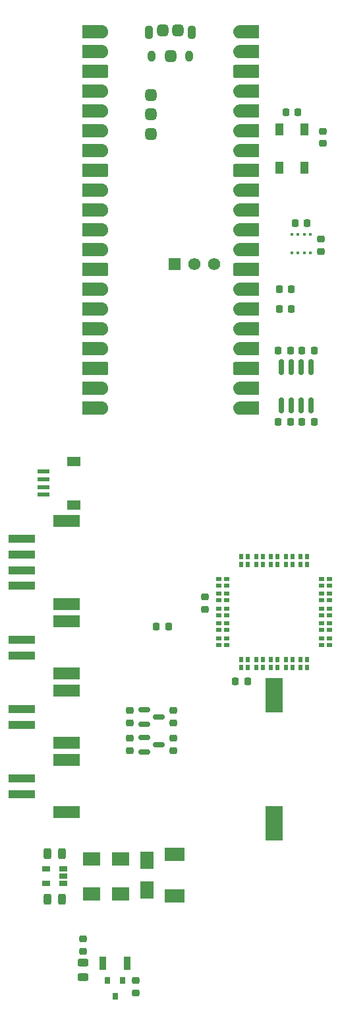
<source format=gbr>
%TF.GenerationSoftware,KiCad,Pcbnew,8.0.1-rc1*%
%TF.CreationDate,2024-11-07T09:08:02-06:00*%
%TF.ProjectId,Cutdown,43757464-6f77-46e2-9e6b-696361645f70,2.1.0*%
%TF.SameCoordinates,Original*%
%TF.FileFunction,Paste,Top*%
%TF.FilePolarity,Positive*%
%FSLAX46Y46*%
G04 Gerber Fmt 4.6, Leading zero omitted, Abs format (unit mm)*
G04 Created by KiCad (PCBNEW 8.0.1-rc1) date 2024-11-07 09:08:02*
%MOMM*%
%LPD*%
G01*
G04 APERTURE LIST*
G04 Aperture macros list*
%AMRoundRect*
0 Rectangle with rounded corners*
0 $1 Rounding radius*
0 $2 $3 $4 $5 $6 $7 $8 $9 X,Y pos of 4 corners*
0 Add a 4 corners polygon primitive as box body*
4,1,4,$2,$3,$4,$5,$6,$7,$8,$9,$2,$3,0*
0 Add four circle primitives for the rounded corners*
1,1,$1+$1,$2,$3*
1,1,$1+$1,$4,$5*
1,1,$1+$1,$6,$7*
1,1,$1+$1,$8,$9*
0 Add four rect primitives between the rounded corners*
20,1,$1+$1,$2,$3,$4,$5,0*
20,1,$1+$1,$4,$5,$6,$7,0*
20,1,$1+$1,$6,$7,$8,$9,0*
20,1,$1+$1,$8,$9,$2,$3,0*%
G04 Aperture macros list end*
%ADD10C,0.010000*%
%ADD11RoundRect,0.218750X0.218750X0.256250X-0.218750X0.256250X-0.218750X-0.256250X0.218750X-0.256250X0*%
%ADD12RoundRect,0.218750X-0.256250X0.218750X-0.256250X-0.218750X0.256250X-0.218750X0.256250X0.218750X0*%
%ADD13RoundRect,0.150000X-0.587500X-0.150000X0.587500X-0.150000X0.587500X0.150000X-0.587500X0.150000X0*%
%ADD14R,1.800000X1.200000*%
%ADD15R,1.550000X0.600000*%
%ADD16R,3.500000X1.000000*%
%ADD17R,3.400000X1.500000*%
%ADD18RoundRect,0.218750X0.256250X-0.218750X0.256250X0.218750X-0.256250X0.218750X-0.256250X-0.218750X0*%
%ADD19R,0.800000X0.900000*%
%ADD20R,2.616200X1.752600*%
%ADD21R,1.000000X1.500000*%
%ADD22RoundRect,0.218750X-0.218750X-0.256250X0.218750X-0.256250X0.218750X0.256250X-0.218750X0.256250X0*%
%ADD23RoundRect,0.243750X-0.243750X-0.456250X0.243750X-0.456250X0.243750X0.456250X-0.243750X0.456250X0*%
%ADD24RoundRect,0.243750X0.243750X0.456250X-0.243750X0.456250X-0.243750X-0.456250X0.243750X-0.456250X0*%
%ADD25R,0.580000X0.720000*%
%ADD26R,0.720000X0.580000*%
%ADD27RoundRect,0.150000X0.150000X-0.825000X0.150000X0.825000X-0.150000X0.825000X-0.150000X-0.825000X0*%
%ADD28R,0.900000X1.700000*%
%ADD29R,0.882000X1.700000*%
%ADD30R,2.300000X4.500000*%
%ADD31R,0.400000X0.400000*%
%ADD32O,1.100000X1.800000*%
%ADD33O,1.050000X1.450000*%
%ADD34R,1.574800X1.574800*%
%ADD35C,1.574800*%
%ADD36RoundRect,0.450000X-0.300000X-0.300000X0.300000X-0.300000X0.300000X0.300000X-0.300000X0.300000X0*%
%ADD37R,2.184400X1.701800*%
%ADD38RoundRect,0.243750X0.456250X-0.243750X0.456250X0.243750X-0.456250X0.243750X-0.456250X-0.243750X0*%
%ADD39R,1.060000X0.650000*%
%ADD40R,1.701800X2.184400*%
G04 APERTURE END LIST*
D10*
%TO.C,U5*%
X74972000Y-31205000D02*
X75014000Y-31208000D01*
X75055000Y-31214000D01*
X75096000Y-31221000D01*
X75137000Y-31231000D01*
X75177000Y-31243000D01*
X75217000Y-31257000D01*
X75255000Y-31273000D01*
X75293000Y-31291000D01*
X75330000Y-31311000D01*
X75366000Y-31333000D01*
X75400000Y-31357000D01*
X75433000Y-31382000D01*
X75465000Y-31409000D01*
X75496000Y-31438000D01*
X75525000Y-31469000D01*
X75552000Y-31501000D01*
X75577000Y-31534000D01*
X75601000Y-31568000D01*
X75623000Y-31604000D01*
X75643000Y-31641000D01*
X75661000Y-31679000D01*
X75677000Y-31717000D01*
X75691000Y-31757000D01*
X75703000Y-31797000D01*
X75713000Y-31838000D01*
X75720000Y-31879000D01*
X75726000Y-31920000D01*
X75729000Y-31962000D01*
X75730000Y-32004000D01*
X75729000Y-32046000D01*
X75726000Y-32088000D01*
X75720000Y-32129000D01*
X75713000Y-32170000D01*
X75703000Y-32211000D01*
X75691000Y-32251000D01*
X75677000Y-32291000D01*
X75661000Y-32329000D01*
X75643000Y-32367000D01*
X75623000Y-32404000D01*
X75601000Y-32440000D01*
X75577000Y-32474000D01*
X75552000Y-32507000D01*
X75525000Y-32539000D01*
X75496000Y-32570000D01*
X75465000Y-32599000D01*
X75433000Y-32626000D01*
X75400000Y-32651000D01*
X75366000Y-32675000D01*
X75330000Y-32697000D01*
X75293000Y-32717000D01*
X75255000Y-32735000D01*
X75217000Y-32751000D01*
X75177000Y-32765000D01*
X75137000Y-32777000D01*
X75096000Y-32787000D01*
X75055000Y-32794000D01*
X75014000Y-32800000D01*
X74972000Y-32803000D01*
X74930000Y-32804000D01*
X72530000Y-32804000D01*
X72530000Y-31204000D01*
X74930000Y-31204000D01*
X74972000Y-31205000D01*
G36*
X74972000Y-31205000D02*
G01*
X75014000Y-31208000D01*
X75055000Y-31214000D01*
X75096000Y-31221000D01*
X75137000Y-31231000D01*
X75177000Y-31243000D01*
X75217000Y-31257000D01*
X75255000Y-31273000D01*
X75293000Y-31291000D01*
X75330000Y-31311000D01*
X75366000Y-31333000D01*
X75400000Y-31357000D01*
X75433000Y-31382000D01*
X75465000Y-31409000D01*
X75496000Y-31438000D01*
X75525000Y-31469000D01*
X75552000Y-31501000D01*
X75577000Y-31534000D01*
X75601000Y-31568000D01*
X75623000Y-31604000D01*
X75643000Y-31641000D01*
X75661000Y-31679000D01*
X75677000Y-31717000D01*
X75691000Y-31757000D01*
X75703000Y-31797000D01*
X75713000Y-31838000D01*
X75720000Y-31879000D01*
X75726000Y-31920000D01*
X75729000Y-31962000D01*
X75730000Y-32004000D01*
X75729000Y-32046000D01*
X75726000Y-32088000D01*
X75720000Y-32129000D01*
X75713000Y-32170000D01*
X75703000Y-32211000D01*
X75691000Y-32251000D01*
X75677000Y-32291000D01*
X75661000Y-32329000D01*
X75643000Y-32367000D01*
X75623000Y-32404000D01*
X75601000Y-32440000D01*
X75577000Y-32474000D01*
X75552000Y-32507000D01*
X75525000Y-32539000D01*
X75496000Y-32570000D01*
X75465000Y-32599000D01*
X75433000Y-32626000D01*
X75400000Y-32651000D01*
X75366000Y-32675000D01*
X75330000Y-32697000D01*
X75293000Y-32717000D01*
X75255000Y-32735000D01*
X75217000Y-32751000D01*
X75177000Y-32765000D01*
X75137000Y-32777000D01*
X75096000Y-32787000D01*
X75055000Y-32794000D01*
X75014000Y-32800000D01*
X74972000Y-32803000D01*
X74930000Y-32804000D01*
X72530000Y-32804000D01*
X72530000Y-31204000D01*
X74930000Y-31204000D01*
X74972000Y-31205000D01*
G37*
X74972000Y-33745000D02*
X75014000Y-33748000D01*
X75055000Y-33754000D01*
X75096000Y-33761000D01*
X75137000Y-33771000D01*
X75177000Y-33783000D01*
X75217000Y-33797000D01*
X75255000Y-33813000D01*
X75293000Y-33831000D01*
X75330000Y-33851000D01*
X75366000Y-33873000D01*
X75400000Y-33897000D01*
X75433000Y-33922000D01*
X75465000Y-33949000D01*
X75496000Y-33978000D01*
X75525000Y-34009000D01*
X75552000Y-34041000D01*
X75577000Y-34074000D01*
X75601000Y-34108000D01*
X75623000Y-34144000D01*
X75643000Y-34181000D01*
X75661000Y-34219000D01*
X75677000Y-34257000D01*
X75691000Y-34297000D01*
X75703000Y-34337000D01*
X75713000Y-34378000D01*
X75720000Y-34419000D01*
X75726000Y-34460000D01*
X75729000Y-34502000D01*
X75730000Y-34544000D01*
X75729000Y-34586000D01*
X75726000Y-34628000D01*
X75720000Y-34669000D01*
X75713000Y-34710000D01*
X75703000Y-34751000D01*
X75691000Y-34791000D01*
X75677000Y-34831000D01*
X75661000Y-34869000D01*
X75643000Y-34907000D01*
X75623000Y-34944000D01*
X75601000Y-34980000D01*
X75577000Y-35014000D01*
X75552000Y-35047000D01*
X75525000Y-35079000D01*
X75496000Y-35110000D01*
X75465000Y-35139000D01*
X75433000Y-35166000D01*
X75400000Y-35191000D01*
X75366000Y-35215000D01*
X75330000Y-35237000D01*
X75293000Y-35257000D01*
X75255000Y-35275000D01*
X75217000Y-35291000D01*
X75177000Y-35305000D01*
X75137000Y-35317000D01*
X75096000Y-35327000D01*
X75055000Y-35334000D01*
X75014000Y-35340000D01*
X74972000Y-35343000D01*
X74930000Y-35344000D01*
X72530000Y-35344000D01*
X72530000Y-33744000D01*
X74930000Y-33744000D01*
X74972000Y-33745000D01*
G36*
X74972000Y-33745000D02*
G01*
X75014000Y-33748000D01*
X75055000Y-33754000D01*
X75096000Y-33761000D01*
X75137000Y-33771000D01*
X75177000Y-33783000D01*
X75217000Y-33797000D01*
X75255000Y-33813000D01*
X75293000Y-33831000D01*
X75330000Y-33851000D01*
X75366000Y-33873000D01*
X75400000Y-33897000D01*
X75433000Y-33922000D01*
X75465000Y-33949000D01*
X75496000Y-33978000D01*
X75525000Y-34009000D01*
X75552000Y-34041000D01*
X75577000Y-34074000D01*
X75601000Y-34108000D01*
X75623000Y-34144000D01*
X75643000Y-34181000D01*
X75661000Y-34219000D01*
X75677000Y-34257000D01*
X75691000Y-34297000D01*
X75703000Y-34337000D01*
X75713000Y-34378000D01*
X75720000Y-34419000D01*
X75726000Y-34460000D01*
X75729000Y-34502000D01*
X75730000Y-34544000D01*
X75729000Y-34586000D01*
X75726000Y-34628000D01*
X75720000Y-34669000D01*
X75713000Y-34710000D01*
X75703000Y-34751000D01*
X75691000Y-34791000D01*
X75677000Y-34831000D01*
X75661000Y-34869000D01*
X75643000Y-34907000D01*
X75623000Y-34944000D01*
X75601000Y-34980000D01*
X75577000Y-35014000D01*
X75552000Y-35047000D01*
X75525000Y-35079000D01*
X75496000Y-35110000D01*
X75465000Y-35139000D01*
X75433000Y-35166000D01*
X75400000Y-35191000D01*
X75366000Y-35215000D01*
X75330000Y-35237000D01*
X75293000Y-35257000D01*
X75255000Y-35275000D01*
X75217000Y-35291000D01*
X75177000Y-35305000D01*
X75137000Y-35317000D01*
X75096000Y-35327000D01*
X75055000Y-35334000D01*
X75014000Y-35340000D01*
X74972000Y-35343000D01*
X74930000Y-35344000D01*
X72530000Y-35344000D01*
X72530000Y-33744000D01*
X74930000Y-33744000D01*
X74972000Y-33745000D01*
G37*
X74972000Y-38825000D02*
X75014000Y-38828000D01*
X75055000Y-38834000D01*
X75096000Y-38841000D01*
X75137000Y-38851000D01*
X75177000Y-38863000D01*
X75217000Y-38877000D01*
X75255000Y-38893000D01*
X75293000Y-38911000D01*
X75330000Y-38931000D01*
X75366000Y-38953000D01*
X75400000Y-38977000D01*
X75433000Y-39002000D01*
X75465000Y-39029000D01*
X75496000Y-39058000D01*
X75525000Y-39089000D01*
X75552000Y-39121000D01*
X75577000Y-39154000D01*
X75601000Y-39188000D01*
X75623000Y-39224000D01*
X75643000Y-39261000D01*
X75661000Y-39299000D01*
X75677000Y-39337000D01*
X75691000Y-39377000D01*
X75703000Y-39417000D01*
X75713000Y-39458000D01*
X75720000Y-39499000D01*
X75726000Y-39540000D01*
X75729000Y-39582000D01*
X75730000Y-39624000D01*
X75729000Y-39666000D01*
X75726000Y-39708000D01*
X75720000Y-39749000D01*
X75713000Y-39790000D01*
X75703000Y-39831000D01*
X75691000Y-39871000D01*
X75677000Y-39911000D01*
X75661000Y-39949000D01*
X75643000Y-39987000D01*
X75623000Y-40024000D01*
X75601000Y-40060000D01*
X75577000Y-40094000D01*
X75552000Y-40127000D01*
X75525000Y-40159000D01*
X75496000Y-40190000D01*
X75465000Y-40219000D01*
X75433000Y-40246000D01*
X75400000Y-40271000D01*
X75366000Y-40295000D01*
X75330000Y-40317000D01*
X75293000Y-40337000D01*
X75255000Y-40355000D01*
X75217000Y-40371000D01*
X75177000Y-40385000D01*
X75137000Y-40397000D01*
X75096000Y-40407000D01*
X75055000Y-40414000D01*
X75014000Y-40420000D01*
X74972000Y-40423000D01*
X74930000Y-40424000D01*
X72530000Y-40424000D01*
X72530000Y-38824000D01*
X74930000Y-38824000D01*
X74972000Y-38825000D01*
G36*
X74972000Y-38825000D02*
G01*
X75014000Y-38828000D01*
X75055000Y-38834000D01*
X75096000Y-38841000D01*
X75137000Y-38851000D01*
X75177000Y-38863000D01*
X75217000Y-38877000D01*
X75255000Y-38893000D01*
X75293000Y-38911000D01*
X75330000Y-38931000D01*
X75366000Y-38953000D01*
X75400000Y-38977000D01*
X75433000Y-39002000D01*
X75465000Y-39029000D01*
X75496000Y-39058000D01*
X75525000Y-39089000D01*
X75552000Y-39121000D01*
X75577000Y-39154000D01*
X75601000Y-39188000D01*
X75623000Y-39224000D01*
X75643000Y-39261000D01*
X75661000Y-39299000D01*
X75677000Y-39337000D01*
X75691000Y-39377000D01*
X75703000Y-39417000D01*
X75713000Y-39458000D01*
X75720000Y-39499000D01*
X75726000Y-39540000D01*
X75729000Y-39582000D01*
X75730000Y-39624000D01*
X75729000Y-39666000D01*
X75726000Y-39708000D01*
X75720000Y-39749000D01*
X75713000Y-39790000D01*
X75703000Y-39831000D01*
X75691000Y-39871000D01*
X75677000Y-39911000D01*
X75661000Y-39949000D01*
X75643000Y-39987000D01*
X75623000Y-40024000D01*
X75601000Y-40060000D01*
X75577000Y-40094000D01*
X75552000Y-40127000D01*
X75525000Y-40159000D01*
X75496000Y-40190000D01*
X75465000Y-40219000D01*
X75433000Y-40246000D01*
X75400000Y-40271000D01*
X75366000Y-40295000D01*
X75330000Y-40317000D01*
X75293000Y-40337000D01*
X75255000Y-40355000D01*
X75217000Y-40371000D01*
X75177000Y-40385000D01*
X75137000Y-40397000D01*
X75096000Y-40407000D01*
X75055000Y-40414000D01*
X75014000Y-40420000D01*
X74972000Y-40423000D01*
X74930000Y-40424000D01*
X72530000Y-40424000D01*
X72530000Y-38824000D01*
X74930000Y-38824000D01*
X74972000Y-38825000D01*
G37*
X74972000Y-41365000D02*
X75014000Y-41368000D01*
X75055000Y-41374000D01*
X75096000Y-41381000D01*
X75137000Y-41391000D01*
X75177000Y-41403000D01*
X75217000Y-41417000D01*
X75255000Y-41433000D01*
X75293000Y-41451000D01*
X75330000Y-41471000D01*
X75366000Y-41493000D01*
X75400000Y-41517000D01*
X75433000Y-41542000D01*
X75465000Y-41569000D01*
X75496000Y-41598000D01*
X75525000Y-41629000D01*
X75552000Y-41661000D01*
X75577000Y-41694000D01*
X75601000Y-41728000D01*
X75623000Y-41764000D01*
X75643000Y-41801000D01*
X75661000Y-41839000D01*
X75677000Y-41877000D01*
X75691000Y-41917000D01*
X75703000Y-41957000D01*
X75713000Y-41998000D01*
X75720000Y-42039000D01*
X75726000Y-42080000D01*
X75729000Y-42122000D01*
X75730000Y-42164000D01*
X75729000Y-42206000D01*
X75726000Y-42248000D01*
X75720000Y-42289000D01*
X75713000Y-42330000D01*
X75703000Y-42371000D01*
X75691000Y-42411000D01*
X75677000Y-42451000D01*
X75661000Y-42489000D01*
X75643000Y-42527000D01*
X75623000Y-42564000D01*
X75601000Y-42600000D01*
X75577000Y-42634000D01*
X75552000Y-42667000D01*
X75525000Y-42699000D01*
X75496000Y-42730000D01*
X75465000Y-42759000D01*
X75433000Y-42786000D01*
X75400000Y-42811000D01*
X75366000Y-42835000D01*
X75330000Y-42857000D01*
X75293000Y-42877000D01*
X75255000Y-42895000D01*
X75217000Y-42911000D01*
X75177000Y-42925000D01*
X75137000Y-42937000D01*
X75096000Y-42947000D01*
X75055000Y-42954000D01*
X75014000Y-42960000D01*
X74972000Y-42963000D01*
X74930000Y-42964000D01*
X72530000Y-42964000D01*
X72530000Y-41364000D01*
X74930000Y-41364000D01*
X74972000Y-41365000D01*
G36*
X74972000Y-41365000D02*
G01*
X75014000Y-41368000D01*
X75055000Y-41374000D01*
X75096000Y-41381000D01*
X75137000Y-41391000D01*
X75177000Y-41403000D01*
X75217000Y-41417000D01*
X75255000Y-41433000D01*
X75293000Y-41451000D01*
X75330000Y-41471000D01*
X75366000Y-41493000D01*
X75400000Y-41517000D01*
X75433000Y-41542000D01*
X75465000Y-41569000D01*
X75496000Y-41598000D01*
X75525000Y-41629000D01*
X75552000Y-41661000D01*
X75577000Y-41694000D01*
X75601000Y-41728000D01*
X75623000Y-41764000D01*
X75643000Y-41801000D01*
X75661000Y-41839000D01*
X75677000Y-41877000D01*
X75691000Y-41917000D01*
X75703000Y-41957000D01*
X75713000Y-41998000D01*
X75720000Y-42039000D01*
X75726000Y-42080000D01*
X75729000Y-42122000D01*
X75730000Y-42164000D01*
X75729000Y-42206000D01*
X75726000Y-42248000D01*
X75720000Y-42289000D01*
X75713000Y-42330000D01*
X75703000Y-42371000D01*
X75691000Y-42411000D01*
X75677000Y-42451000D01*
X75661000Y-42489000D01*
X75643000Y-42527000D01*
X75623000Y-42564000D01*
X75601000Y-42600000D01*
X75577000Y-42634000D01*
X75552000Y-42667000D01*
X75525000Y-42699000D01*
X75496000Y-42730000D01*
X75465000Y-42759000D01*
X75433000Y-42786000D01*
X75400000Y-42811000D01*
X75366000Y-42835000D01*
X75330000Y-42857000D01*
X75293000Y-42877000D01*
X75255000Y-42895000D01*
X75217000Y-42911000D01*
X75177000Y-42925000D01*
X75137000Y-42937000D01*
X75096000Y-42947000D01*
X75055000Y-42954000D01*
X75014000Y-42960000D01*
X74972000Y-42963000D01*
X74930000Y-42964000D01*
X72530000Y-42964000D01*
X72530000Y-41364000D01*
X74930000Y-41364000D01*
X74972000Y-41365000D01*
G37*
X74972000Y-43905000D02*
X75014000Y-43908000D01*
X75055000Y-43914000D01*
X75096000Y-43921000D01*
X75137000Y-43931000D01*
X75177000Y-43943000D01*
X75217000Y-43957000D01*
X75255000Y-43973000D01*
X75293000Y-43991000D01*
X75330000Y-44011000D01*
X75366000Y-44033000D01*
X75400000Y-44057000D01*
X75433000Y-44082000D01*
X75465000Y-44109000D01*
X75496000Y-44138000D01*
X75525000Y-44169000D01*
X75552000Y-44201000D01*
X75577000Y-44234000D01*
X75601000Y-44268000D01*
X75623000Y-44304000D01*
X75643000Y-44341000D01*
X75661000Y-44379000D01*
X75677000Y-44417000D01*
X75691000Y-44457000D01*
X75703000Y-44497000D01*
X75713000Y-44538000D01*
X75720000Y-44579000D01*
X75726000Y-44620000D01*
X75729000Y-44662000D01*
X75730000Y-44704000D01*
X75729000Y-44746000D01*
X75726000Y-44788000D01*
X75720000Y-44829000D01*
X75713000Y-44870000D01*
X75703000Y-44911000D01*
X75691000Y-44951000D01*
X75677000Y-44991000D01*
X75661000Y-45029000D01*
X75643000Y-45067000D01*
X75623000Y-45104000D01*
X75601000Y-45140000D01*
X75577000Y-45174000D01*
X75552000Y-45207000D01*
X75525000Y-45239000D01*
X75496000Y-45270000D01*
X75465000Y-45299000D01*
X75433000Y-45326000D01*
X75400000Y-45351000D01*
X75366000Y-45375000D01*
X75330000Y-45397000D01*
X75293000Y-45417000D01*
X75255000Y-45435000D01*
X75217000Y-45451000D01*
X75177000Y-45465000D01*
X75137000Y-45477000D01*
X75096000Y-45487000D01*
X75055000Y-45494000D01*
X75014000Y-45500000D01*
X74972000Y-45503000D01*
X74930000Y-45504000D01*
X72530000Y-45504000D01*
X72530000Y-43904000D01*
X74930000Y-43904000D01*
X74972000Y-43905000D01*
G36*
X74972000Y-43905000D02*
G01*
X75014000Y-43908000D01*
X75055000Y-43914000D01*
X75096000Y-43921000D01*
X75137000Y-43931000D01*
X75177000Y-43943000D01*
X75217000Y-43957000D01*
X75255000Y-43973000D01*
X75293000Y-43991000D01*
X75330000Y-44011000D01*
X75366000Y-44033000D01*
X75400000Y-44057000D01*
X75433000Y-44082000D01*
X75465000Y-44109000D01*
X75496000Y-44138000D01*
X75525000Y-44169000D01*
X75552000Y-44201000D01*
X75577000Y-44234000D01*
X75601000Y-44268000D01*
X75623000Y-44304000D01*
X75643000Y-44341000D01*
X75661000Y-44379000D01*
X75677000Y-44417000D01*
X75691000Y-44457000D01*
X75703000Y-44497000D01*
X75713000Y-44538000D01*
X75720000Y-44579000D01*
X75726000Y-44620000D01*
X75729000Y-44662000D01*
X75730000Y-44704000D01*
X75729000Y-44746000D01*
X75726000Y-44788000D01*
X75720000Y-44829000D01*
X75713000Y-44870000D01*
X75703000Y-44911000D01*
X75691000Y-44951000D01*
X75677000Y-44991000D01*
X75661000Y-45029000D01*
X75643000Y-45067000D01*
X75623000Y-45104000D01*
X75601000Y-45140000D01*
X75577000Y-45174000D01*
X75552000Y-45207000D01*
X75525000Y-45239000D01*
X75496000Y-45270000D01*
X75465000Y-45299000D01*
X75433000Y-45326000D01*
X75400000Y-45351000D01*
X75366000Y-45375000D01*
X75330000Y-45397000D01*
X75293000Y-45417000D01*
X75255000Y-45435000D01*
X75217000Y-45451000D01*
X75177000Y-45465000D01*
X75137000Y-45477000D01*
X75096000Y-45487000D01*
X75055000Y-45494000D01*
X75014000Y-45500000D01*
X74972000Y-45503000D01*
X74930000Y-45504000D01*
X72530000Y-45504000D01*
X72530000Y-43904000D01*
X74930000Y-43904000D01*
X74972000Y-43905000D01*
G37*
X74972000Y-46445000D02*
X75014000Y-46448000D01*
X75055000Y-46454000D01*
X75096000Y-46461000D01*
X75137000Y-46471000D01*
X75177000Y-46483000D01*
X75217000Y-46497000D01*
X75255000Y-46513000D01*
X75293000Y-46531000D01*
X75330000Y-46551000D01*
X75366000Y-46573000D01*
X75400000Y-46597000D01*
X75433000Y-46622000D01*
X75465000Y-46649000D01*
X75496000Y-46678000D01*
X75525000Y-46709000D01*
X75552000Y-46741000D01*
X75577000Y-46774000D01*
X75601000Y-46808000D01*
X75623000Y-46844000D01*
X75643000Y-46881000D01*
X75661000Y-46919000D01*
X75677000Y-46957000D01*
X75691000Y-46997000D01*
X75703000Y-47037000D01*
X75713000Y-47078000D01*
X75720000Y-47119000D01*
X75726000Y-47160000D01*
X75729000Y-47202000D01*
X75730000Y-47244000D01*
X75729000Y-47286000D01*
X75726000Y-47328000D01*
X75720000Y-47369000D01*
X75713000Y-47410000D01*
X75703000Y-47451000D01*
X75691000Y-47491000D01*
X75677000Y-47531000D01*
X75661000Y-47569000D01*
X75643000Y-47607000D01*
X75623000Y-47644000D01*
X75601000Y-47680000D01*
X75577000Y-47714000D01*
X75552000Y-47747000D01*
X75525000Y-47779000D01*
X75496000Y-47810000D01*
X75465000Y-47839000D01*
X75433000Y-47866000D01*
X75400000Y-47891000D01*
X75366000Y-47915000D01*
X75330000Y-47937000D01*
X75293000Y-47957000D01*
X75255000Y-47975000D01*
X75217000Y-47991000D01*
X75177000Y-48005000D01*
X75137000Y-48017000D01*
X75096000Y-48027000D01*
X75055000Y-48034000D01*
X75014000Y-48040000D01*
X74972000Y-48043000D01*
X74930000Y-48044000D01*
X72530000Y-48044000D01*
X72530000Y-46444000D01*
X74930000Y-46444000D01*
X74972000Y-46445000D01*
G36*
X74972000Y-46445000D02*
G01*
X75014000Y-46448000D01*
X75055000Y-46454000D01*
X75096000Y-46461000D01*
X75137000Y-46471000D01*
X75177000Y-46483000D01*
X75217000Y-46497000D01*
X75255000Y-46513000D01*
X75293000Y-46531000D01*
X75330000Y-46551000D01*
X75366000Y-46573000D01*
X75400000Y-46597000D01*
X75433000Y-46622000D01*
X75465000Y-46649000D01*
X75496000Y-46678000D01*
X75525000Y-46709000D01*
X75552000Y-46741000D01*
X75577000Y-46774000D01*
X75601000Y-46808000D01*
X75623000Y-46844000D01*
X75643000Y-46881000D01*
X75661000Y-46919000D01*
X75677000Y-46957000D01*
X75691000Y-46997000D01*
X75703000Y-47037000D01*
X75713000Y-47078000D01*
X75720000Y-47119000D01*
X75726000Y-47160000D01*
X75729000Y-47202000D01*
X75730000Y-47244000D01*
X75729000Y-47286000D01*
X75726000Y-47328000D01*
X75720000Y-47369000D01*
X75713000Y-47410000D01*
X75703000Y-47451000D01*
X75691000Y-47491000D01*
X75677000Y-47531000D01*
X75661000Y-47569000D01*
X75643000Y-47607000D01*
X75623000Y-47644000D01*
X75601000Y-47680000D01*
X75577000Y-47714000D01*
X75552000Y-47747000D01*
X75525000Y-47779000D01*
X75496000Y-47810000D01*
X75465000Y-47839000D01*
X75433000Y-47866000D01*
X75400000Y-47891000D01*
X75366000Y-47915000D01*
X75330000Y-47937000D01*
X75293000Y-47957000D01*
X75255000Y-47975000D01*
X75217000Y-47991000D01*
X75177000Y-48005000D01*
X75137000Y-48017000D01*
X75096000Y-48027000D01*
X75055000Y-48034000D01*
X75014000Y-48040000D01*
X74972000Y-48043000D01*
X74930000Y-48044000D01*
X72530000Y-48044000D01*
X72530000Y-46444000D01*
X74930000Y-46444000D01*
X74972000Y-46445000D01*
G37*
X74972000Y-51525000D02*
X75014000Y-51528000D01*
X75055000Y-51534000D01*
X75096000Y-51541000D01*
X75137000Y-51551000D01*
X75177000Y-51563000D01*
X75217000Y-51577000D01*
X75255000Y-51593000D01*
X75293000Y-51611000D01*
X75330000Y-51631000D01*
X75366000Y-51653000D01*
X75400000Y-51677000D01*
X75433000Y-51702000D01*
X75465000Y-51729000D01*
X75496000Y-51758000D01*
X75525000Y-51789000D01*
X75552000Y-51821000D01*
X75577000Y-51854000D01*
X75601000Y-51888000D01*
X75623000Y-51924000D01*
X75643000Y-51961000D01*
X75661000Y-51999000D01*
X75677000Y-52037000D01*
X75691000Y-52077000D01*
X75703000Y-52117000D01*
X75713000Y-52158000D01*
X75720000Y-52199000D01*
X75726000Y-52240000D01*
X75729000Y-52282000D01*
X75730000Y-52324000D01*
X75729000Y-52366000D01*
X75726000Y-52408000D01*
X75720000Y-52449000D01*
X75713000Y-52490000D01*
X75703000Y-52531000D01*
X75691000Y-52571000D01*
X75677000Y-52611000D01*
X75661000Y-52649000D01*
X75643000Y-52687000D01*
X75623000Y-52724000D01*
X75601000Y-52760000D01*
X75577000Y-52794000D01*
X75552000Y-52827000D01*
X75525000Y-52859000D01*
X75496000Y-52890000D01*
X75465000Y-52919000D01*
X75433000Y-52946000D01*
X75400000Y-52971000D01*
X75366000Y-52995000D01*
X75330000Y-53017000D01*
X75293000Y-53037000D01*
X75255000Y-53055000D01*
X75217000Y-53071000D01*
X75177000Y-53085000D01*
X75137000Y-53097000D01*
X75096000Y-53107000D01*
X75055000Y-53114000D01*
X75014000Y-53120000D01*
X74972000Y-53123000D01*
X74930000Y-53124000D01*
X72530000Y-53124000D01*
X72530000Y-51524000D01*
X74930000Y-51524000D01*
X74972000Y-51525000D01*
G36*
X74972000Y-51525000D02*
G01*
X75014000Y-51528000D01*
X75055000Y-51534000D01*
X75096000Y-51541000D01*
X75137000Y-51551000D01*
X75177000Y-51563000D01*
X75217000Y-51577000D01*
X75255000Y-51593000D01*
X75293000Y-51611000D01*
X75330000Y-51631000D01*
X75366000Y-51653000D01*
X75400000Y-51677000D01*
X75433000Y-51702000D01*
X75465000Y-51729000D01*
X75496000Y-51758000D01*
X75525000Y-51789000D01*
X75552000Y-51821000D01*
X75577000Y-51854000D01*
X75601000Y-51888000D01*
X75623000Y-51924000D01*
X75643000Y-51961000D01*
X75661000Y-51999000D01*
X75677000Y-52037000D01*
X75691000Y-52077000D01*
X75703000Y-52117000D01*
X75713000Y-52158000D01*
X75720000Y-52199000D01*
X75726000Y-52240000D01*
X75729000Y-52282000D01*
X75730000Y-52324000D01*
X75729000Y-52366000D01*
X75726000Y-52408000D01*
X75720000Y-52449000D01*
X75713000Y-52490000D01*
X75703000Y-52531000D01*
X75691000Y-52571000D01*
X75677000Y-52611000D01*
X75661000Y-52649000D01*
X75643000Y-52687000D01*
X75623000Y-52724000D01*
X75601000Y-52760000D01*
X75577000Y-52794000D01*
X75552000Y-52827000D01*
X75525000Y-52859000D01*
X75496000Y-52890000D01*
X75465000Y-52919000D01*
X75433000Y-52946000D01*
X75400000Y-52971000D01*
X75366000Y-52995000D01*
X75330000Y-53017000D01*
X75293000Y-53037000D01*
X75255000Y-53055000D01*
X75217000Y-53071000D01*
X75177000Y-53085000D01*
X75137000Y-53097000D01*
X75096000Y-53107000D01*
X75055000Y-53114000D01*
X75014000Y-53120000D01*
X74972000Y-53123000D01*
X74930000Y-53124000D01*
X72530000Y-53124000D01*
X72530000Y-51524000D01*
X74930000Y-51524000D01*
X74972000Y-51525000D01*
G37*
X74972000Y-54065000D02*
X75014000Y-54068000D01*
X75055000Y-54074000D01*
X75096000Y-54081000D01*
X75137000Y-54091000D01*
X75177000Y-54103000D01*
X75217000Y-54117000D01*
X75255000Y-54133000D01*
X75293000Y-54151000D01*
X75330000Y-54171000D01*
X75366000Y-54193000D01*
X75400000Y-54217000D01*
X75433000Y-54242000D01*
X75465000Y-54269000D01*
X75496000Y-54298000D01*
X75525000Y-54329000D01*
X75552000Y-54361000D01*
X75577000Y-54394000D01*
X75601000Y-54428000D01*
X75623000Y-54464000D01*
X75643000Y-54501000D01*
X75661000Y-54539000D01*
X75677000Y-54577000D01*
X75691000Y-54617000D01*
X75703000Y-54657000D01*
X75713000Y-54698000D01*
X75720000Y-54739000D01*
X75726000Y-54780000D01*
X75729000Y-54822000D01*
X75730000Y-54864000D01*
X75729000Y-54906000D01*
X75726000Y-54948000D01*
X75720000Y-54989000D01*
X75713000Y-55030000D01*
X75703000Y-55071000D01*
X75691000Y-55111000D01*
X75677000Y-55151000D01*
X75661000Y-55189000D01*
X75643000Y-55227000D01*
X75623000Y-55264000D01*
X75601000Y-55300000D01*
X75577000Y-55334000D01*
X75552000Y-55367000D01*
X75525000Y-55399000D01*
X75496000Y-55430000D01*
X75465000Y-55459000D01*
X75433000Y-55486000D01*
X75400000Y-55511000D01*
X75366000Y-55535000D01*
X75330000Y-55557000D01*
X75293000Y-55577000D01*
X75255000Y-55595000D01*
X75217000Y-55611000D01*
X75177000Y-55625000D01*
X75137000Y-55637000D01*
X75096000Y-55647000D01*
X75055000Y-55654000D01*
X75014000Y-55660000D01*
X74972000Y-55663000D01*
X74930000Y-55664000D01*
X72530000Y-55664000D01*
X72530000Y-54064000D01*
X74930000Y-54064000D01*
X74972000Y-54065000D01*
G36*
X74972000Y-54065000D02*
G01*
X75014000Y-54068000D01*
X75055000Y-54074000D01*
X75096000Y-54081000D01*
X75137000Y-54091000D01*
X75177000Y-54103000D01*
X75217000Y-54117000D01*
X75255000Y-54133000D01*
X75293000Y-54151000D01*
X75330000Y-54171000D01*
X75366000Y-54193000D01*
X75400000Y-54217000D01*
X75433000Y-54242000D01*
X75465000Y-54269000D01*
X75496000Y-54298000D01*
X75525000Y-54329000D01*
X75552000Y-54361000D01*
X75577000Y-54394000D01*
X75601000Y-54428000D01*
X75623000Y-54464000D01*
X75643000Y-54501000D01*
X75661000Y-54539000D01*
X75677000Y-54577000D01*
X75691000Y-54617000D01*
X75703000Y-54657000D01*
X75713000Y-54698000D01*
X75720000Y-54739000D01*
X75726000Y-54780000D01*
X75729000Y-54822000D01*
X75730000Y-54864000D01*
X75729000Y-54906000D01*
X75726000Y-54948000D01*
X75720000Y-54989000D01*
X75713000Y-55030000D01*
X75703000Y-55071000D01*
X75691000Y-55111000D01*
X75677000Y-55151000D01*
X75661000Y-55189000D01*
X75643000Y-55227000D01*
X75623000Y-55264000D01*
X75601000Y-55300000D01*
X75577000Y-55334000D01*
X75552000Y-55367000D01*
X75525000Y-55399000D01*
X75496000Y-55430000D01*
X75465000Y-55459000D01*
X75433000Y-55486000D01*
X75400000Y-55511000D01*
X75366000Y-55535000D01*
X75330000Y-55557000D01*
X75293000Y-55577000D01*
X75255000Y-55595000D01*
X75217000Y-55611000D01*
X75177000Y-55625000D01*
X75137000Y-55637000D01*
X75096000Y-55647000D01*
X75055000Y-55654000D01*
X75014000Y-55660000D01*
X74972000Y-55663000D01*
X74930000Y-55664000D01*
X72530000Y-55664000D01*
X72530000Y-54064000D01*
X74930000Y-54064000D01*
X74972000Y-54065000D01*
G37*
X74972000Y-56605000D02*
X75014000Y-56608000D01*
X75055000Y-56614000D01*
X75096000Y-56621000D01*
X75137000Y-56631000D01*
X75177000Y-56643000D01*
X75217000Y-56657000D01*
X75255000Y-56673000D01*
X75293000Y-56691000D01*
X75330000Y-56711000D01*
X75366000Y-56733000D01*
X75400000Y-56757000D01*
X75433000Y-56782000D01*
X75465000Y-56809000D01*
X75496000Y-56838000D01*
X75525000Y-56869000D01*
X75552000Y-56901000D01*
X75577000Y-56934000D01*
X75601000Y-56968000D01*
X75623000Y-57004000D01*
X75643000Y-57041000D01*
X75661000Y-57079000D01*
X75677000Y-57117000D01*
X75691000Y-57157000D01*
X75703000Y-57197000D01*
X75713000Y-57238000D01*
X75720000Y-57279000D01*
X75726000Y-57320000D01*
X75729000Y-57362000D01*
X75730000Y-57404000D01*
X75729000Y-57446000D01*
X75726000Y-57488000D01*
X75720000Y-57529000D01*
X75713000Y-57570000D01*
X75703000Y-57611000D01*
X75691000Y-57651000D01*
X75677000Y-57691000D01*
X75661000Y-57729000D01*
X75643000Y-57767000D01*
X75623000Y-57804000D01*
X75601000Y-57840000D01*
X75577000Y-57874000D01*
X75552000Y-57907000D01*
X75525000Y-57939000D01*
X75496000Y-57970000D01*
X75465000Y-57999000D01*
X75433000Y-58026000D01*
X75400000Y-58051000D01*
X75366000Y-58075000D01*
X75330000Y-58097000D01*
X75293000Y-58117000D01*
X75255000Y-58135000D01*
X75217000Y-58151000D01*
X75177000Y-58165000D01*
X75137000Y-58177000D01*
X75096000Y-58187000D01*
X75055000Y-58194000D01*
X75014000Y-58200000D01*
X74972000Y-58203000D01*
X74930000Y-58204000D01*
X72530000Y-58204000D01*
X72530000Y-56604000D01*
X74930000Y-56604000D01*
X74972000Y-56605000D01*
G36*
X74972000Y-56605000D02*
G01*
X75014000Y-56608000D01*
X75055000Y-56614000D01*
X75096000Y-56621000D01*
X75137000Y-56631000D01*
X75177000Y-56643000D01*
X75217000Y-56657000D01*
X75255000Y-56673000D01*
X75293000Y-56691000D01*
X75330000Y-56711000D01*
X75366000Y-56733000D01*
X75400000Y-56757000D01*
X75433000Y-56782000D01*
X75465000Y-56809000D01*
X75496000Y-56838000D01*
X75525000Y-56869000D01*
X75552000Y-56901000D01*
X75577000Y-56934000D01*
X75601000Y-56968000D01*
X75623000Y-57004000D01*
X75643000Y-57041000D01*
X75661000Y-57079000D01*
X75677000Y-57117000D01*
X75691000Y-57157000D01*
X75703000Y-57197000D01*
X75713000Y-57238000D01*
X75720000Y-57279000D01*
X75726000Y-57320000D01*
X75729000Y-57362000D01*
X75730000Y-57404000D01*
X75729000Y-57446000D01*
X75726000Y-57488000D01*
X75720000Y-57529000D01*
X75713000Y-57570000D01*
X75703000Y-57611000D01*
X75691000Y-57651000D01*
X75677000Y-57691000D01*
X75661000Y-57729000D01*
X75643000Y-57767000D01*
X75623000Y-57804000D01*
X75601000Y-57840000D01*
X75577000Y-57874000D01*
X75552000Y-57907000D01*
X75525000Y-57939000D01*
X75496000Y-57970000D01*
X75465000Y-57999000D01*
X75433000Y-58026000D01*
X75400000Y-58051000D01*
X75366000Y-58075000D01*
X75330000Y-58097000D01*
X75293000Y-58117000D01*
X75255000Y-58135000D01*
X75217000Y-58151000D01*
X75177000Y-58165000D01*
X75137000Y-58177000D01*
X75096000Y-58187000D01*
X75055000Y-58194000D01*
X75014000Y-58200000D01*
X74972000Y-58203000D01*
X74930000Y-58204000D01*
X72530000Y-58204000D01*
X72530000Y-56604000D01*
X74930000Y-56604000D01*
X74972000Y-56605000D01*
G37*
X74972000Y-59145000D02*
X75014000Y-59148000D01*
X75055000Y-59154000D01*
X75096000Y-59161000D01*
X75137000Y-59171000D01*
X75177000Y-59183000D01*
X75217000Y-59197000D01*
X75255000Y-59213000D01*
X75293000Y-59231000D01*
X75330000Y-59251000D01*
X75366000Y-59273000D01*
X75400000Y-59297000D01*
X75433000Y-59322000D01*
X75465000Y-59349000D01*
X75496000Y-59378000D01*
X75525000Y-59409000D01*
X75552000Y-59441000D01*
X75577000Y-59474000D01*
X75601000Y-59508000D01*
X75623000Y-59544000D01*
X75643000Y-59581000D01*
X75661000Y-59619000D01*
X75677000Y-59657000D01*
X75691000Y-59697000D01*
X75703000Y-59737000D01*
X75713000Y-59778000D01*
X75720000Y-59819000D01*
X75726000Y-59860000D01*
X75729000Y-59902000D01*
X75730000Y-59944000D01*
X75729000Y-59986000D01*
X75726000Y-60028000D01*
X75720000Y-60069000D01*
X75713000Y-60110000D01*
X75703000Y-60151000D01*
X75691000Y-60191000D01*
X75677000Y-60231000D01*
X75661000Y-60269000D01*
X75643000Y-60307000D01*
X75623000Y-60344000D01*
X75601000Y-60380000D01*
X75577000Y-60414000D01*
X75552000Y-60447000D01*
X75525000Y-60479000D01*
X75496000Y-60510000D01*
X75465000Y-60539000D01*
X75433000Y-60566000D01*
X75400000Y-60591000D01*
X75366000Y-60615000D01*
X75330000Y-60637000D01*
X75293000Y-60657000D01*
X75255000Y-60675000D01*
X75217000Y-60691000D01*
X75177000Y-60705000D01*
X75137000Y-60717000D01*
X75096000Y-60727000D01*
X75055000Y-60734000D01*
X75014000Y-60740000D01*
X74972000Y-60743000D01*
X74930000Y-60744000D01*
X72530000Y-60744000D01*
X72530000Y-59144000D01*
X74930000Y-59144000D01*
X74972000Y-59145000D01*
G36*
X74972000Y-59145000D02*
G01*
X75014000Y-59148000D01*
X75055000Y-59154000D01*
X75096000Y-59161000D01*
X75137000Y-59171000D01*
X75177000Y-59183000D01*
X75217000Y-59197000D01*
X75255000Y-59213000D01*
X75293000Y-59231000D01*
X75330000Y-59251000D01*
X75366000Y-59273000D01*
X75400000Y-59297000D01*
X75433000Y-59322000D01*
X75465000Y-59349000D01*
X75496000Y-59378000D01*
X75525000Y-59409000D01*
X75552000Y-59441000D01*
X75577000Y-59474000D01*
X75601000Y-59508000D01*
X75623000Y-59544000D01*
X75643000Y-59581000D01*
X75661000Y-59619000D01*
X75677000Y-59657000D01*
X75691000Y-59697000D01*
X75703000Y-59737000D01*
X75713000Y-59778000D01*
X75720000Y-59819000D01*
X75726000Y-59860000D01*
X75729000Y-59902000D01*
X75730000Y-59944000D01*
X75729000Y-59986000D01*
X75726000Y-60028000D01*
X75720000Y-60069000D01*
X75713000Y-60110000D01*
X75703000Y-60151000D01*
X75691000Y-60191000D01*
X75677000Y-60231000D01*
X75661000Y-60269000D01*
X75643000Y-60307000D01*
X75623000Y-60344000D01*
X75601000Y-60380000D01*
X75577000Y-60414000D01*
X75552000Y-60447000D01*
X75525000Y-60479000D01*
X75496000Y-60510000D01*
X75465000Y-60539000D01*
X75433000Y-60566000D01*
X75400000Y-60591000D01*
X75366000Y-60615000D01*
X75330000Y-60637000D01*
X75293000Y-60657000D01*
X75255000Y-60675000D01*
X75217000Y-60691000D01*
X75177000Y-60705000D01*
X75137000Y-60717000D01*
X75096000Y-60727000D01*
X75055000Y-60734000D01*
X75014000Y-60740000D01*
X74972000Y-60743000D01*
X74930000Y-60744000D01*
X72530000Y-60744000D01*
X72530000Y-59144000D01*
X74930000Y-59144000D01*
X74972000Y-59145000D01*
G37*
X74972000Y-64225000D02*
X75014000Y-64228000D01*
X75055000Y-64234000D01*
X75096000Y-64241000D01*
X75137000Y-64251000D01*
X75177000Y-64263000D01*
X75217000Y-64277000D01*
X75255000Y-64293000D01*
X75293000Y-64311000D01*
X75330000Y-64331000D01*
X75366000Y-64353000D01*
X75400000Y-64377000D01*
X75433000Y-64402000D01*
X75465000Y-64429000D01*
X75496000Y-64458000D01*
X75525000Y-64489000D01*
X75552000Y-64521000D01*
X75577000Y-64554000D01*
X75601000Y-64588000D01*
X75623000Y-64624000D01*
X75643000Y-64661000D01*
X75661000Y-64699000D01*
X75677000Y-64737000D01*
X75691000Y-64777000D01*
X75703000Y-64817000D01*
X75713000Y-64858000D01*
X75720000Y-64899000D01*
X75726000Y-64940000D01*
X75729000Y-64982000D01*
X75730000Y-65024000D01*
X75729000Y-65066000D01*
X75726000Y-65108000D01*
X75720000Y-65149000D01*
X75713000Y-65190000D01*
X75703000Y-65231000D01*
X75691000Y-65271000D01*
X75677000Y-65311000D01*
X75661000Y-65349000D01*
X75643000Y-65387000D01*
X75623000Y-65424000D01*
X75601000Y-65460000D01*
X75577000Y-65494000D01*
X75552000Y-65527000D01*
X75525000Y-65559000D01*
X75496000Y-65590000D01*
X75465000Y-65619000D01*
X75433000Y-65646000D01*
X75400000Y-65671000D01*
X75366000Y-65695000D01*
X75330000Y-65717000D01*
X75293000Y-65737000D01*
X75255000Y-65755000D01*
X75217000Y-65771000D01*
X75177000Y-65785000D01*
X75137000Y-65797000D01*
X75096000Y-65807000D01*
X75055000Y-65814000D01*
X75014000Y-65820000D01*
X74972000Y-65823000D01*
X74930000Y-65824000D01*
X72530000Y-65824000D01*
X72530000Y-64224000D01*
X74930000Y-64224000D01*
X74972000Y-64225000D01*
G36*
X74972000Y-64225000D02*
G01*
X75014000Y-64228000D01*
X75055000Y-64234000D01*
X75096000Y-64241000D01*
X75137000Y-64251000D01*
X75177000Y-64263000D01*
X75217000Y-64277000D01*
X75255000Y-64293000D01*
X75293000Y-64311000D01*
X75330000Y-64331000D01*
X75366000Y-64353000D01*
X75400000Y-64377000D01*
X75433000Y-64402000D01*
X75465000Y-64429000D01*
X75496000Y-64458000D01*
X75525000Y-64489000D01*
X75552000Y-64521000D01*
X75577000Y-64554000D01*
X75601000Y-64588000D01*
X75623000Y-64624000D01*
X75643000Y-64661000D01*
X75661000Y-64699000D01*
X75677000Y-64737000D01*
X75691000Y-64777000D01*
X75703000Y-64817000D01*
X75713000Y-64858000D01*
X75720000Y-64899000D01*
X75726000Y-64940000D01*
X75729000Y-64982000D01*
X75730000Y-65024000D01*
X75729000Y-65066000D01*
X75726000Y-65108000D01*
X75720000Y-65149000D01*
X75713000Y-65190000D01*
X75703000Y-65231000D01*
X75691000Y-65271000D01*
X75677000Y-65311000D01*
X75661000Y-65349000D01*
X75643000Y-65387000D01*
X75623000Y-65424000D01*
X75601000Y-65460000D01*
X75577000Y-65494000D01*
X75552000Y-65527000D01*
X75525000Y-65559000D01*
X75496000Y-65590000D01*
X75465000Y-65619000D01*
X75433000Y-65646000D01*
X75400000Y-65671000D01*
X75366000Y-65695000D01*
X75330000Y-65717000D01*
X75293000Y-65737000D01*
X75255000Y-65755000D01*
X75217000Y-65771000D01*
X75177000Y-65785000D01*
X75137000Y-65797000D01*
X75096000Y-65807000D01*
X75055000Y-65814000D01*
X75014000Y-65820000D01*
X74972000Y-65823000D01*
X74930000Y-65824000D01*
X72530000Y-65824000D01*
X72530000Y-64224000D01*
X74930000Y-64224000D01*
X74972000Y-64225000D01*
G37*
X74972000Y-66765000D02*
X75014000Y-66768000D01*
X75055000Y-66774000D01*
X75096000Y-66781000D01*
X75137000Y-66791000D01*
X75177000Y-66803000D01*
X75217000Y-66817000D01*
X75255000Y-66833000D01*
X75293000Y-66851000D01*
X75330000Y-66871000D01*
X75366000Y-66893000D01*
X75400000Y-66917000D01*
X75433000Y-66942000D01*
X75465000Y-66969000D01*
X75496000Y-66998000D01*
X75525000Y-67029000D01*
X75552000Y-67061000D01*
X75577000Y-67094000D01*
X75601000Y-67128000D01*
X75623000Y-67164000D01*
X75643000Y-67201000D01*
X75661000Y-67239000D01*
X75677000Y-67277000D01*
X75691000Y-67317000D01*
X75703000Y-67357000D01*
X75713000Y-67398000D01*
X75720000Y-67439000D01*
X75726000Y-67480000D01*
X75729000Y-67522000D01*
X75730000Y-67564000D01*
X75729000Y-67606000D01*
X75726000Y-67648000D01*
X75720000Y-67689000D01*
X75713000Y-67730000D01*
X75703000Y-67771000D01*
X75691000Y-67811000D01*
X75677000Y-67851000D01*
X75661000Y-67889000D01*
X75643000Y-67927000D01*
X75623000Y-67964000D01*
X75601000Y-68000000D01*
X75577000Y-68034000D01*
X75552000Y-68067000D01*
X75525000Y-68099000D01*
X75496000Y-68130000D01*
X75465000Y-68159000D01*
X75433000Y-68186000D01*
X75400000Y-68211000D01*
X75366000Y-68235000D01*
X75330000Y-68257000D01*
X75293000Y-68277000D01*
X75255000Y-68295000D01*
X75217000Y-68311000D01*
X75177000Y-68325000D01*
X75137000Y-68337000D01*
X75096000Y-68347000D01*
X75055000Y-68354000D01*
X75014000Y-68360000D01*
X74972000Y-68363000D01*
X74930000Y-68364000D01*
X72530000Y-68364000D01*
X72530000Y-66764000D01*
X74930000Y-66764000D01*
X74972000Y-66765000D01*
G36*
X74972000Y-66765000D02*
G01*
X75014000Y-66768000D01*
X75055000Y-66774000D01*
X75096000Y-66781000D01*
X75137000Y-66791000D01*
X75177000Y-66803000D01*
X75217000Y-66817000D01*
X75255000Y-66833000D01*
X75293000Y-66851000D01*
X75330000Y-66871000D01*
X75366000Y-66893000D01*
X75400000Y-66917000D01*
X75433000Y-66942000D01*
X75465000Y-66969000D01*
X75496000Y-66998000D01*
X75525000Y-67029000D01*
X75552000Y-67061000D01*
X75577000Y-67094000D01*
X75601000Y-67128000D01*
X75623000Y-67164000D01*
X75643000Y-67201000D01*
X75661000Y-67239000D01*
X75677000Y-67277000D01*
X75691000Y-67317000D01*
X75703000Y-67357000D01*
X75713000Y-67398000D01*
X75720000Y-67439000D01*
X75726000Y-67480000D01*
X75729000Y-67522000D01*
X75730000Y-67564000D01*
X75729000Y-67606000D01*
X75726000Y-67648000D01*
X75720000Y-67689000D01*
X75713000Y-67730000D01*
X75703000Y-67771000D01*
X75691000Y-67811000D01*
X75677000Y-67851000D01*
X75661000Y-67889000D01*
X75643000Y-67927000D01*
X75623000Y-67964000D01*
X75601000Y-68000000D01*
X75577000Y-68034000D01*
X75552000Y-68067000D01*
X75525000Y-68099000D01*
X75496000Y-68130000D01*
X75465000Y-68159000D01*
X75433000Y-68186000D01*
X75400000Y-68211000D01*
X75366000Y-68235000D01*
X75330000Y-68257000D01*
X75293000Y-68277000D01*
X75255000Y-68295000D01*
X75217000Y-68311000D01*
X75177000Y-68325000D01*
X75137000Y-68337000D01*
X75096000Y-68347000D01*
X75055000Y-68354000D01*
X75014000Y-68360000D01*
X74972000Y-68363000D01*
X74930000Y-68364000D01*
X72530000Y-68364000D01*
X72530000Y-66764000D01*
X74930000Y-66764000D01*
X74972000Y-66765000D01*
G37*
X74972000Y-69305000D02*
X75014000Y-69308000D01*
X75055000Y-69314000D01*
X75096000Y-69321000D01*
X75137000Y-69331000D01*
X75177000Y-69343000D01*
X75217000Y-69357000D01*
X75255000Y-69373000D01*
X75293000Y-69391000D01*
X75330000Y-69411000D01*
X75366000Y-69433000D01*
X75400000Y-69457000D01*
X75433000Y-69482000D01*
X75465000Y-69509000D01*
X75496000Y-69538000D01*
X75525000Y-69569000D01*
X75552000Y-69601000D01*
X75577000Y-69634000D01*
X75601000Y-69668000D01*
X75623000Y-69704000D01*
X75643000Y-69741000D01*
X75661000Y-69779000D01*
X75677000Y-69817000D01*
X75691000Y-69857000D01*
X75703000Y-69897000D01*
X75713000Y-69938000D01*
X75720000Y-69979000D01*
X75726000Y-70020000D01*
X75729000Y-70062000D01*
X75730000Y-70104000D01*
X75729000Y-70146000D01*
X75726000Y-70188000D01*
X75720000Y-70229000D01*
X75713000Y-70270000D01*
X75703000Y-70311000D01*
X75691000Y-70351000D01*
X75677000Y-70391000D01*
X75661000Y-70429000D01*
X75643000Y-70467000D01*
X75623000Y-70504000D01*
X75601000Y-70540000D01*
X75577000Y-70574000D01*
X75552000Y-70607000D01*
X75525000Y-70639000D01*
X75496000Y-70670000D01*
X75465000Y-70699000D01*
X75433000Y-70726000D01*
X75400000Y-70751000D01*
X75366000Y-70775000D01*
X75330000Y-70797000D01*
X75293000Y-70817000D01*
X75255000Y-70835000D01*
X75217000Y-70851000D01*
X75177000Y-70865000D01*
X75137000Y-70877000D01*
X75096000Y-70887000D01*
X75055000Y-70894000D01*
X75014000Y-70900000D01*
X74972000Y-70903000D01*
X74930000Y-70904000D01*
X72530000Y-70904000D01*
X72530000Y-69304000D01*
X74930000Y-69304000D01*
X74972000Y-69305000D01*
G36*
X74972000Y-69305000D02*
G01*
X75014000Y-69308000D01*
X75055000Y-69314000D01*
X75096000Y-69321000D01*
X75137000Y-69331000D01*
X75177000Y-69343000D01*
X75217000Y-69357000D01*
X75255000Y-69373000D01*
X75293000Y-69391000D01*
X75330000Y-69411000D01*
X75366000Y-69433000D01*
X75400000Y-69457000D01*
X75433000Y-69482000D01*
X75465000Y-69509000D01*
X75496000Y-69538000D01*
X75525000Y-69569000D01*
X75552000Y-69601000D01*
X75577000Y-69634000D01*
X75601000Y-69668000D01*
X75623000Y-69704000D01*
X75643000Y-69741000D01*
X75661000Y-69779000D01*
X75677000Y-69817000D01*
X75691000Y-69857000D01*
X75703000Y-69897000D01*
X75713000Y-69938000D01*
X75720000Y-69979000D01*
X75726000Y-70020000D01*
X75729000Y-70062000D01*
X75730000Y-70104000D01*
X75729000Y-70146000D01*
X75726000Y-70188000D01*
X75720000Y-70229000D01*
X75713000Y-70270000D01*
X75703000Y-70311000D01*
X75691000Y-70351000D01*
X75677000Y-70391000D01*
X75661000Y-70429000D01*
X75643000Y-70467000D01*
X75623000Y-70504000D01*
X75601000Y-70540000D01*
X75577000Y-70574000D01*
X75552000Y-70607000D01*
X75525000Y-70639000D01*
X75496000Y-70670000D01*
X75465000Y-70699000D01*
X75433000Y-70726000D01*
X75400000Y-70751000D01*
X75366000Y-70775000D01*
X75330000Y-70797000D01*
X75293000Y-70817000D01*
X75255000Y-70835000D01*
X75217000Y-70851000D01*
X75177000Y-70865000D01*
X75137000Y-70877000D01*
X75096000Y-70887000D01*
X75055000Y-70894000D01*
X75014000Y-70900000D01*
X74972000Y-70903000D01*
X74930000Y-70904000D01*
X72530000Y-70904000D01*
X72530000Y-69304000D01*
X74930000Y-69304000D01*
X74972000Y-69305000D01*
G37*
X74972000Y-71845000D02*
X75014000Y-71848000D01*
X75055000Y-71854000D01*
X75096000Y-71861000D01*
X75137000Y-71871000D01*
X75177000Y-71883000D01*
X75217000Y-71897000D01*
X75255000Y-71913000D01*
X75293000Y-71931000D01*
X75330000Y-71951000D01*
X75366000Y-71973000D01*
X75400000Y-71997000D01*
X75433000Y-72022000D01*
X75465000Y-72049000D01*
X75496000Y-72078000D01*
X75525000Y-72109000D01*
X75552000Y-72141000D01*
X75577000Y-72174000D01*
X75601000Y-72208000D01*
X75623000Y-72244000D01*
X75643000Y-72281000D01*
X75661000Y-72319000D01*
X75677000Y-72357000D01*
X75691000Y-72397000D01*
X75703000Y-72437000D01*
X75713000Y-72478000D01*
X75720000Y-72519000D01*
X75726000Y-72560000D01*
X75729000Y-72602000D01*
X75730000Y-72644000D01*
X75729000Y-72686000D01*
X75726000Y-72728000D01*
X75720000Y-72769000D01*
X75713000Y-72810000D01*
X75703000Y-72851000D01*
X75691000Y-72891000D01*
X75677000Y-72931000D01*
X75661000Y-72969000D01*
X75643000Y-73007000D01*
X75623000Y-73044000D01*
X75601000Y-73080000D01*
X75577000Y-73114000D01*
X75552000Y-73147000D01*
X75525000Y-73179000D01*
X75496000Y-73210000D01*
X75465000Y-73239000D01*
X75433000Y-73266000D01*
X75400000Y-73291000D01*
X75366000Y-73315000D01*
X75330000Y-73337000D01*
X75293000Y-73357000D01*
X75255000Y-73375000D01*
X75217000Y-73391000D01*
X75177000Y-73405000D01*
X75137000Y-73417000D01*
X75096000Y-73427000D01*
X75055000Y-73434000D01*
X75014000Y-73440000D01*
X74972000Y-73443000D01*
X74930000Y-73444000D01*
X72530000Y-73444000D01*
X72530000Y-71844000D01*
X74930000Y-71844000D01*
X74972000Y-71845000D01*
G36*
X74972000Y-71845000D02*
G01*
X75014000Y-71848000D01*
X75055000Y-71854000D01*
X75096000Y-71861000D01*
X75137000Y-71871000D01*
X75177000Y-71883000D01*
X75217000Y-71897000D01*
X75255000Y-71913000D01*
X75293000Y-71931000D01*
X75330000Y-71951000D01*
X75366000Y-71973000D01*
X75400000Y-71997000D01*
X75433000Y-72022000D01*
X75465000Y-72049000D01*
X75496000Y-72078000D01*
X75525000Y-72109000D01*
X75552000Y-72141000D01*
X75577000Y-72174000D01*
X75601000Y-72208000D01*
X75623000Y-72244000D01*
X75643000Y-72281000D01*
X75661000Y-72319000D01*
X75677000Y-72357000D01*
X75691000Y-72397000D01*
X75703000Y-72437000D01*
X75713000Y-72478000D01*
X75720000Y-72519000D01*
X75726000Y-72560000D01*
X75729000Y-72602000D01*
X75730000Y-72644000D01*
X75729000Y-72686000D01*
X75726000Y-72728000D01*
X75720000Y-72769000D01*
X75713000Y-72810000D01*
X75703000Y-72851000D01*
X75691000Y-72891000D01*
X75677000Y-72931000D01*
X75661000Y-72969000D01*
X75643000Y-73007000D01*
X75623000Y-73044000D01*
X75601000Y-73080000D01*
X75577000Y-73114000D01*
X75552000Y-73147000D01*
X75525000Y-73179000D01*
X75496000Y-73210000D01*
X75465000Y-73239000D01*
X75433000Y-73266000D01*
X75400000Y-73291000D01*
X75366000Y-73315000D01*
X75330000Y-73337000D01*
X75293000Y-73357000D01*
X75255000Y-73375000D01*
X75217000Y-73391000D01*
X75177000Y-73405000D01*
X75137000Y-73417000D01*
X75096000Y-73427000D01*
X75055000Y-73434000D01*
X75014000Y-73440000D01*
X74972000Y-73443000D01*
X74930000Y-73444000D01*
X72530000Y-73444000D01*
X72530000Y-71844000D01*
X74930000Y-71844000D01*
X74972000Y-71845000D01*
G37*
X74972000Y-76925000D02*
X75014000Y-76928000D01*
X75055000Y-76934000D01*
X75096000Y-76941000D01*
X75137000Y-76951000D01*
X75177000Y-76963000D01*
X75217000Y-76977000D01*
X75255000Y-76993000D01*
X75293000Y-77011000D01*
X75330000Y-77031000D01*
X75366000Y-77053000D01*
X75400000Y-77077000D01*
X75433000Y-77102000D01*
X75465000Y-77129000D01*
X75496000Y-77158000D01*
X75525000Y-77189000D01*
X75552000Y-77221000D01*
X75577000Y-77254000D01*
X75601000Y-77288000D01*
X75623000Y-77324000D01*
X75643000Y-77361000D01*
X75661000Y-77399000D01*
X75677000Y-77437000D01*
X75691000Y-77477000D01*
X75703000Y-77517000D01*
X75713000Y-77558000D01*
X75720000Y-77599000D01*
X75726000Y-77640000D01*
X75729000Y-77682000D01*
X75730000Y-77724000D01*
X75729000Y-77766000D01*
X75726000Y-77808000D01*
X75720000Y-77849000D01*
X75713000Y-77890000D01*
X75703000Y-77931000D01*
X75691000Y-77971000D01*
X75677000Y-78011000D01*
X75661000Y-78049000D01*
X75643000Y-78087000D01*
X75623000Y-78124000D01*
X75601000Y-78160000D01*
X75577000Y-78194000D01*
X75552000Y-78227000D01*
X75525000Y-78259000D01*
X75496000Y-78290000D01*
X75465000Y-78319000D01*
X75433000Y-78346000D01*
X75400000Y-78371000D01*
X75366000Y-78395000D01*
X75330000Y-78417000D01*
X75293000Y-78437000D01*
X75255000Y-78455000D01*
X75217000Y-78471000D01*
X75177000Y-78485000D01*
X75137000Y-78497000D01*
X75096000Y-78507000D01*
X75055000Y-78514000D01*
X75014000Y-78520000D01*
X74972000Y-78523000D01*
X74930000Y-78524000D01*
X72530000Y-78524000D01*
X72530000Y-76924000D01*
X74930000Y-76924000D01*
X74972000Y-76925000D01*
G36*
X74972000Y-76925000D02*
G01*
X75014000Y-76928000D01*
X75055000Y-76934000D01*
X75096000Y-76941000D01*
X75137000Y-76951000D01*
X75177000Y-76963000D01*
X75217000Y-76977000D01*
X75255000Y-76993000D01*
X75293000Y-77011000D01*
X75330000Y-77031000D01*
X75366000Y-77053000D01*
X75400000Y-77077000D01*
X75433000Y-77102000D01*
X75465000Y-77129000D01*
X75496000Y-77158000D01*
X75525000Y-77189000D01*
X75552000Y-77221000D01*
X75577000Y-77254000D01*
X75601000Y-77288000D01*
X75623000Y-77324000D01*
X75643000Y-77361000D01*
X75661000Y-77399000D01*
X75677000Y-77437000D01*
X75691000Y-77477000D01*
X75703000Y-77517000D01*
X75713000Y-77558000D01*
X75720000Y-77599000D01*
X75726000Y-77640000D01*
X75729000Y-77682000D01*
X75730000Y-77724000D01*
X75729000Y-77766000D01*
X75726000Y-77808000D01*
X75720000Y-77849000D01*
X75713000Y-77890000D01*
X75703000Y-77931000D01*
X75691000Y-77971000D01*
X75677000Y-78011000D01*
X75661000Y-78049000D01*
X75643000Y-78087000D01*
X75623000Y-78124000D01*
X75601000Y-78160000D01*
X75577000Y-78194000D01*
X75552000Y-78227000D01*
X75525000Y-78259000D01*
X75496000Y-78290000D01*
X75465000Y-78319000D01*
X75433000Y-78346000D01*
X75400000Y-78371000D01*
X75366000Y-78395000D01*
X75330000Y-78417000D01*
X75293000Y-78437000D01*
X75255000Y-78455000D01*
X75217000Y-78471000D01*
X75177000Y-78485000D01*
X75137000Y-78497000D01*
X75096000Y-78507000D01*
X75055000Y-78514000D01*
X75014000Y-78520000D01*
X74972000Y-78523000D01*
X74930000Y-78524000D01*
X72530000Y-78524000D01*
X72530000Y-76924000D01*
X74930000Y-76924000D01*
X74972000Y-76925000D01*
G37*
X74972000Y-79465000D02*
X75014000Y-79468000D01*
X75055000Y-79474000D01*
X75096000Y-79481000D01*
X75137000Y-79491000D01*
X75177000Y-79503000D01*
X75217000Y-79517000D01*
X75255000Y-79533000D01*
X75293000Y-79551000D01*
X75330000Y-79571000D01*
X75366000Y-79593000D01*
X75400000Y-79617000D01*
X75433000Y-79642000D01*
X75465000Y-79669000D01*
X75496000Y-79698000D01*
X75525000Y-79729000D01*
X75552000Y-79761000D01*
X75577000Y-79794000D01*
X75601000Y-79828000D01*
X75623000Y-79864000D01*
X75643000Y-79901000D01*
X75661000Y-79939000D01*
X75677000Y-79977000D01*
X75691000Y-80017000D01*
X75703000Y-80057000D01*
X75713000Y-80098000D01*
X75720000Y-80139000D01*
X75726000Y-80180000D01*
X75729000Y-80222000D01*
X75730000Y-80264000D01*
X75729000Y-80306000D01*
X75726000Y-80348000D01*
X75720000Y-80389000D01*
X75713000Y-80430000D01*
X75703000Y-80471000D01*
X75691000Y-80511000D01*
X75677000Y-80551000D01*
X75661000Y-80589000D01*
X75643000Y-80627000D01*
X75623000Y-80664000D01*
X75601000Y-80700000D01*
X75577000Y-80734000D01*
X75552000Y-80767000D01*
X75525000Y-80799000D01*
X75496000Y-80830000D01*
X75465000Y-80859000D01*
X75433000Y-80886000D01*
X75400000Y-80911000D01*
X75366000Y-80935000D01*
X75330000Y-80957000D01*
X75293000Y-80977000D01*
X75255000Y-80995000D01*
X75217000Y-81011000D01*
X75177000Y-81025000D01*
X75137000Y-81037000D01*
X75096000Y-81047000D01*
X75055000Y-81054000D01*
X75014000Y-81060000D01*
X74972000Y-81063000D01*
X74930000Y-81064000D01*
X72530000Y-81064000D01*
X72530000Y-79464000D01*
X74930000Y-79464000D01*
X74972000Y-79465000D01*
G36*
X74972000Y-79465000D02*
G01*
X75014000Y-79468000D01*
X75055000Y-79474000D01*
X75096000Y-79481000D01*
X75137000Y-79491000D01*
X75177000Y-79503000D01*
X75217000Y-79517000D01*
X75255000Y-79533000D01*
X75293000Y-79551000D01*
X75330000Y-79571000D01*
X75366000Y-79593000D01*
X75400000Y-79617000D01*
X75433000Y-79642000D01*
X75465000Y-79669000D01*
X75496000Y-79698000D01*
X75525000Y-79729000D01*
X75552000Y-79761000D01*
X75577000Y-79794000D01*
X75601000Y-79828000D01*
X75623000Y-79864000D01*
X75643000Y-79901000D01*
X75661000Y-79939000D01*
X75677000Y-79977000D01*
X75691000Y-80017000D01*
X75703000Y-80057000D01*
X75713000Y-80098000D01*
X75720000Y-80139000D01*
X75726000Y-80180000D01*
X75729000Y-80222000D01*
X75730000Y-80264000D01*
X75729000Y-80306000D01*
X75726000Y-80348000D01*
X75720000Y-80389000D01*
X75713000Y-80430000D01*
X75703000Y-80471000D01*
X75691000Y-80511000D01*
X75677000Y-80551000D01*
X75661000Y-80589000D01*
X75643000Y-80627000D01*
X75623000Y-80664000D01*
X75601000Y-80700000D01*
X75577000Y-80734000D01*
X75552000Y-80767000D01*
X75525000Y-80799000D01*
X75496000Y-80830000D01*
X75465000Y-80859000D01*
X75433000Y-80886000D01*
X75400000Y-80911000D01*
X75366000Y-80935000D01*
X75330000Y-80957000D01*
X75293000Y-80977000D01*
X75255000Y-80995000D01*
X75217000Y-81011000D01*
X75177000Y-81025000D01*
X75137000Y-81037000D01*
X75096000Y-81047000D01*
X75055000Y-81054000D01*
X75014000Y-81060000D01*
X74972000Y-81063000D01*
X74930000Y-81064000D01*
X72530000Y-81064000D01*
X72530000Y-79464000D01*
X74930000Y-79464000D01*
X74972000Y-79465000D01*
G37*
X95110000Y-32804000D02*
X92710000Y-32804000D01*
X92668000Y-32803000D01*
X92626000Y-32800000D01*
X92585000Y-32794000D01*
X92544000Y-32787000D01*
X92503000Y-32777000D01*
X92463000Y-32765000D01*
X92423000Y-32751000D01*
X92385000Y-32735000D01*
X92347000Y-32717000D01*
X92310000Y-32697000D01*
X92274000Y-32675000D01*
X92240000Y-32651000D01*
X92207000Y-32626000D01*
X92175000Y-32599000D01*
X92144000Y-32570000D01*
X92115000Y-32539000D01*
X92088000Y-32507000D01*
X92063000Y-32474000D01*
X92039000Y-32440000D01*
X92017000Y-32404000D01*
X91997000Y-32367000D01*
X91979000Y-32329000D01*
X91963000Y-32291000D01*
X91949000Y-32251000D01*
X91937000Y-32211000D01*
X91927000Y-32170000D01*
X91920000Y-32129000D01*
X91914000Y-32088000D01*
X91911000Y-32046000D01*
X91910000Y-32004000D01*
X91911000Y-31962000D01*
X91914000Y-31920000D01*
X91920000Y-31879000D01*
X91927000Y-31838000D01*
X91937000Y-31797000D01*
X91949000Y-31757000D01*
X91963000Y-31717000D01*
X91979000Y-31679000D01*
X91997000Y-31641000D01*
X92017000Y-31604000D01*
X92039000Y-31568000D01*
X92063000Y-31534000D01*
X92088000Y-31501000D01*
X92115000Y-31469000D01*
X92144000Y-31438000D01*
X92175000Y-31409000D01*
X92207000Y-31382000D01*
X92240000Y-31357000D01*
X92274000Y-31333000D01*
X92310000Y-31311000D01*
X92347000Y-31291000D01*
X92385000Y-31273000D01*
X92423000Y-31257000D01*
X92463000Y-31243000D01*
X92503000Y-31231000D01*
X92544000Y-31221000D01*
X92585000Y-31214000D01*
X92626000Y-31208000D01*
X92668000Y-31205000D01*
X92710000Y-31204000D01*
X95110000Y-31204000D01*
X95110000Y-32804000D01*
G36*
X95110000Y-32804000D02*
G01*
X92710000Y-32804000D01*
X92668000Y-32803000D01*
X92626000Y-32800000D01*
X92585000Y-32794000D01*
X92544000Y-32787000D01*
X92503000Y-32777000D01*
X92463000Y-32765000D01*
X92423000Y-32751000D01*
X92385000Y-32735000D01*
X92347000Y-32717000D01*
X92310000Y-32697000D01*
X92274000Y-32675000D01*
X92240000Y-32651000D01*
X92207000Y-32626000D01*
X92175000Y-32599000D01*
X92144000Y-32570000D01*
X92115000Y-32539000D01*
X92088000Y-32507000D01*
X92063000Y-32474000D01*
X92039000Y-32440000D01*
X92017000Y-32404000D01*
X91997000Y-32367000D01*
X91979000Y-32329000D01*
X91963000Y-32291000D01*
X91949000Y-32251000D01*
X91937000Y-32211000D01*
X91927000Y-32170000D01*
X91920000Y-32129000D01*
X91914000Y-32088000D01*
X91911000Y-32046000D01*
X91910000Y-32004000D01*
X91911000Y-31962000D01*
X91914000Y-31920000D01*
X91920000Y-31879000D01*
X91927000Y-31838000D01*
X91937000Y-31797000D01*
X91949000Y-31757000D01*
X91963000Y-31717000D01*
X91979000Y-31679000D01*
X91997000Y-31641000D01*
X92017000Y-31604000D01*
X92039000Y-31568000D01*
X92063000Y-31534000D01*
X92088000Y-31501000D01*
X92115000Y-31469000D01*
X92144000Y-31438000D01*
X92175000Y-31409000D01*
X92207000Y-31382000D01*
X92240000Y-31357000D01*
X92274000Y-31333000D01*
X92310000Y-31311000D01*
X92347000Y-31291000D01*
X92385000Y-31273000D01*
X92423000Y-31257000D01*
X92463000Y-31243000D01*
X92503000Y-31231000D01*
X92544000Y-31221000D01*
X92585000Y-31214000D01*
X92626000Y-31208000D01*
X92668000Y-31205000D01*
X92710000Y-31204000D01*
X95110000Y-31204000D01*
X95110000Y-32804000D01*
G37*
X95110000Y-35344000D02*
X92710000Y-35344000D01*
X92668000Y-35343000D01*
X92626000Y-35340000D01*
X92585000Y-35334000D01*
X92544000Y-35327000D01*
X92503000Y-35317000D01*
X92463000Y-35305000D01*
X92423000Y-35291000D01*
X92385000Y-35275000D01*
X92347000Y-35257000D01*
X92310000Y-35237000D01*
X92274000Y-35215000D01*
X92240000Y-35191000D01*
X92207000Y-35166000D01*
X92175000Y-35139000D01*
X92144000Y-35110000D01*
X92115000Y-35079000D01*
X92088000Y-35047000D01*
X92063000Y-35014000D01*
X92039000Y-34980000D01*
X92017000Y-34944000D01*
X91997000Y-34907000D01*
X91979000Y-34869000D01*
X91963000Y-34831000D01*
X91949000Y-34791000D01*
X91937000Y-34751000D01*
X91927000Y-34710000D01*
X91920000Y-34669000D01*
X91914000Y-34628000D01*
X91911000Y-34586000D01*
X91910000Y-34544000D01*
X91911000Y-34502000D01*
X91914000Y-34460000D01*
X91920000Y-34419000D01*
X91927000Y-34378000D01*
X91937000Y-34337000D01*
X91949000Y-34297000D01*
X91963000Y-34257000D01*
X91979000Y-34219000D01*
X91997000Y-34181000D01*
X92017000Y-34144000D01*
X92039000Y-34108000D01*
X92063000Y-34074000D01*
X92088000Y-34041000D01*
X92115000Y-34009000D01*
X92144000Y-33978000D01*
X92175000Y-33949000D01*
X92207000Y-33922000D01*
X92240000Y-33897000D01*
X92274000Y-33873000D01*
X92310000Y-33851000D01*
X92347000Y-33831000D01*
X92385000Y-33813000D01*
X92423000Y-33797000D01*
X92463000Y-33783000D01*
X92503000Y-33771000D01*
X92544000Y-33761000D01*
X92585000Y-33754000D01*
X92626000Y-33748000D01*
X92668000Y-33745000D01*
X92710000Y-33744000D01*
X95110000Y-33744000D01*
X95110000Y-35344000D01*
G36*
X95110000Y-35344000D02*
G01*
X92710000Y-35344000D01*
X92668000Y-35343000D01*
X92626000Y-35340000D01*
X92585000Y-35334000D01*
X92544000Y-35327000D01*
X92503000Y-35317000D01*
X92463000Y-35305000D01*
X92423000Y-35291000D01*
X92385000Y-35275000D01*
X92347000Y-35257000D01*
X92310000Y-35237000D01*
X92274000Y-35215000D01*
X92240000Y-35191000D01*
X92207000Y-35166000D01*
X92175000Y-35139000D01*
X92144000Y-35110000D01*
X92115000Y-35079000D01*
X92088000Y-35047000D01*
X92063000Y-35014000D01*
X92039000Y-34980000D01*
X92017000Y-34944000D01*
X91997000Y-34907000D01*
X91979000Y-34869000D01*
X91963000Y-34831000D01*
X91949000Y-34791000D01*
X91937000Y-34751000D01*
X91927000Y-34710000D01*
X91920000Y-34669000D01*
X91914000Y-34628000D01*
X91911000Y-34586000D01*
X91910000Y-34544000D01*
X91911000Y-34502000D01*
X91914000Y-34460000D01*
X91920000Y-34419000D01*
X91927000Y-34378000D01*
X91937000Y-34337000D01*
X91949000Y-34297000D01*
X91963000Y-34257000D01*
X91979000Y-34219000D01*
X91997000Y-34181000D01*
X92017000Y-34144000D01*
X92039000Y-34108000D01*
X92063000Y-34074000D01*
X92088000Y-34041000D01*
X92115000Y-34009000D01*
X92144000Y-33978000D01*
X92175000Y-33949000D01*
X92207000Y-33922000D01*
X92240000Y-33897000D01*
X92274000Y-33873000D01*
X92310000Y-33851000D01*
X92347000Y-33831000D01*
X92385000Y-33813000D01*
X92423000Y-33797000D01*
X92463000Y-33783000D01*
X92503000Y-33771000D01*
X92544000Y-33761000D01*
X92585000Y-33754000D01*
X92626000Y-33748000D01*
X92668000Y-33745000D01*
X92710000Y-33744000D01*
X95110000Y-33744000D01*
X95110000Y-35344000D01*
G37*
X95110000Y-40424000D02*
X92710000Y-40424000D01*
X92668000Y-40423000D01*
X92626000Y-40420000D01*
X92585000Y-40414000D01*
X92544000Y-40407000D01*
X92503000Y-40397000D01*
X92463000Y-40385000D01*
X92423000Y-40371000D01*
X92385000Y-40355000D01*
X92347000Y-40337000D01*
X92310000Y-40317000D01*
X92274000Y-40295000D01*
X92240000Y-40271000D01*
X92207000Y-40246000D01*
X92175000Y-40219000D01*
X92144000Y-40190000D01*
X92115000Y-40159000D01*
X92088000Y-40127000D01*
X92063000Y-40094000D01*
X92039000Y-40060000D01*
X92017000Y-40024000D01*
X91997000Y-39987000D01*
X91979000Y-39949000D01*
X91963000Y-39911000D01*
X91949000Y-39871000D01*
X91937000Y-39831000D01*
X91927000Y-39790000D01*
X91920000Y-39749000D01*
X91914000Y-39708000D01*
X91911000Y-39666000D01*
X91910000Y-39624000D01*
X91911000Y-39582000D01*
X91914000Y-39540000D01*
X91920000Y-39499000D01*
X91927000Y-39458000D01*
X91937000Y-39417000D01*
X91949000Y-39377000D01*
X91963000Y-39337000D01*
X91979000Y-39299000D01*
X91997000Y-39261000D01*
X92017000Y-39224000D01*
X92039000Y-39188000D01*
X92063000Y-39154000D01*
X92088000Y-39121000D01*
X92115000Y-39089000D01*
X92144000Y-39058000D01*
X92175000Y-39029000D01*
X92207000Y-39002000D01*
X92240000Y-38977000D01*
X92274000Y-38953000D01*
X92310000Y-38931000D01*
X92347000Y-38911000D01*
X92385000Y-38893000D01*
X92423000Y-38877000D01*
X92463000Y-38863000D01*
X92503000Y-38851000D01*
X92544000Y-38841000D01*
X92585000Y-38834000D01*
X92626000Y-38828000D01*
X92668000Y-38825000D01*
X92710000Y-38824000D01*
X95110000Y-38824000D01*
X95110000Y-40424000D01*
G36*
X95110000Y-40424000D02*
G01*
X92710000Y-40424000D01*
X92668000Y-40423000D01*
X92626000Y-40420000D01*
X92585000Y-40414000D01*
X92544000Y-40407000D01*
X92503000Y-40397000D01*
X92463000Y-40385000D01*
X92423000Y-40371000D01*
X92385000Y-40355000D01*
X92347000Y-40337000D01*
X92310000Y-40317000D01*
X92274000Y-40295000D01*
X92240000Y-40271000D01*
X92207000Y-40246000D01*
X92175000Y-40219000D01*
X92144000Y-40190000D01*
X92115000Y-40159000D01*
X92088000Y-40127000D01*
X92063000Y-40094000D01*
X92039000Y-40060000D01*
X92017000Y-40024000D01*
X91997000Y-39987000D01*
X91979000Y-39949000D01*
X91963000Y-39911000D01*
X91949000Y-39871000D01*
X91937000Y-39831000D01*
X91927000Y-39790000D01*
X91920000Y-39749000D01*
X91914000Y-39708000D01*
X91911000Y-39666000D01*
X91910000Y-39624000D01*
X91911000Y-39582000D01*
X91914000Y-39540000D01*
X91920000Y-39499000D01*
X91927000Y-39458000D01*
X91937000Y-39417000D01*
X91949000Y-39377000D01*
X91963000Y-39337000D01*
X91979000Y-39299000D01*
X91997000Y-39261000D01*
X92017000Y-39224000D01*
X92039000Y-39188000D01*
X92063000Y-39154000D01*
X92088000Y-39121000D01*
X92115000Y-39089000D01*
X92144000Y-39058000D01*
X92175000Y-39029000D01*
X92207000Y-39002000D01*
X92240000Y-38977000D01*
X92274000Y-38953000D01*
X92310000Y-38931000D01*
X92347000Y-38911000D01*
X92385000Y-38893000D01*
X92423000Y-38877000D01*
X92463000Y-38863000D01*
X92503000Y-38851000D01*
X92544000Y-38841000D01*
X92585000Y-38834000D01*
X92626000Y-38828000D01*
X92668000Y-38825000D01*
X92710000Y-38824000D01*
X95110000Y-38824000D01*
X95110000Y-40424000D01*
G37*
X95110000Y-42964000D02*
X92710000Y-42964000D01*
X92668000Y-42963000D01*
X92626000Y-42960000D01*
X92585000Y-42954000D01*
X92544000Y-42947000D01*
X92503000Y-42937000D01*
X92463000Y-42925000D01*
X92423000Y-42911000D01*
X92385000Y-42895000D01*
X92347000Y-42877000D01*
X92310000Y-42857000D01*
X92274000Y-42835000D01*
X92240000Y-42811000D01*
X92207000Y-42786000D01*
X92175000Y-42759000D01*
X92144000Y-42730000D01*
X92115000Y-42699000D01*
X92088000Y-42667000D01*
X92063000Y-42634000D01*
X92039000Y-42600000D01*
X92017000Y-42564000D01*
X91997000Y-42527000D01*
X91979000Y-42489000D01*
X91963000Y-42451000D01*
X91949000Y-42411000D01*
X91937000Y-42371000D01*
X91927000Y-42330000D01*
X91920000Y-42289000D01*
X91914000Y-42248000D01*
X91911000Y-42206000D01*
X91910000Y-42164000D01*
X91911000Y-42122000D01*
X91914000Y-42080000D01*
X91920000Y-42039000D01*
X91927000Y-41998000D01*
X91937000Y-41957000D01*
X91949000Y-41917000D01*
X91963000Y-41877000D01*
X91979000Y-41839000D01*
X91997000Y-41801000D01*
X92017000Y-41764000D01*
X92039000Y-41728000D01*
X92063000Y-41694000D01*
X92088000Y-41661000D01*
X92115000Y-41629000D01*
X92144000Y-41598000D01*
X92175000Y-41569000D01*
X92207000Y-41542000D01*
X92240000Y-41517000D01*
X92274000Y-41493000D01*
X92310000Y-41471000D01*
X92347000Y-41451000D01*
X92385000Y-41433000D01*
X92423000Y-41417000D01*
X92463000Y-41403000D01*
X92503000Y-41391000D01*
X92544000Y-41381000D01*
X92585000Y-41374000D01*
X92626000Y-41368000D01*
X92668000Y-41365000D01*
X92710000Y-41364000D01*
X95110000Y-41364000D01*
X95110000Y-42964000D01*
G36*
X95110000Y-42964000D02*
G01*
X92710000Y-42964000D01*
X92668000Y-42963000D01*
X92626000Y-42960000D01*
X92585000Y-42954000D01*
X92544000Y-42947000D01*
X92503000Y-42937000D01*
X92463000Y-42925000D01*
X92423000Y-42911000D01*
X92385000Y-42895000D01*
X92347000Y-42877000D01*
X92310000Y-42857000D01*
X92274000Y-42835000D01*
X92240000Y-42811000D01*
X92207000Y-42786000D01*
X92175000Y-42759000D01*
X92144000Y-42730000D01*
X92115000Y-42699000D01*
X92088000Y-42667000D01*
X92063000Y-42634000D01*
X92039000Y-42600000D01*
X92017000Y-42564000D01*
X91997000Y-42527000D01*
X91979000Y-42489000D01*
X91963000Y-42451000D01*
X91949000Y-42411000D01*
X91937000Y-42371000D01*
X91927000Y-42330000D01*
X91920000Y-42289000D01*
X91914000Y-42248000D01*
X91911000Y-42206000D01*
X91910000Y-42164000D01*
X91911000Y-42122000D01*
X91914000Y-42080000D01*
X91920000Y-42039000D01*
X91927000Y-41998000D01*
X91937000Y-41957000D01*
X91949000Y-41917000D01*
X91963000Y-41877000D01*
X91979000Y-41839000D01*
X91997000Y-41801000D01*
X92017000Y-41764000D01*
X92039000Y-41728000D01*
X92063000Y-41694000D01*
X92088000Y-41661000D01*
X92115000Y-41629000D01*
X92144000Y-41598000D01*
X92175000Y-41569000D01*
X92207000Y-41542000D01*
X92240000Y-41517000D01*
X92274000Y-41493000D01*
X92310000Y-41471000D01*
X92347000Y-41451000D01*
X92385000Y-41433000D01*
X92423000Y-41417000D01*
X92463000Y-41403000D01*
X92503000Y-41391000D01*
X92544000Y-41381000D01*
X92585000Y-41374000D01*
X92626000Y-41368000D01*
X92668000Y-41365000D01*
X92710000Y-41364000D01*
X95110000Y-41364000D01*
X95110000Y-42964000D01*
G37*
X95110000Y-45504000D02*
X92710000Y-45504000D01*
X92668000Y-45503000D01*
X92626000Y-45500000D01*
X92585000Y-45494000D01*
X92544000Y-45487000D01*
X92503000Y-45477000D01*
X92463000Y-45465000D01*
X92423000Y-45451000D01*
X92385000Y-45435000D01*
X92347000Y-45417000D01*
X92310000Y-45397000D01*
X92274000Y-45375000D01*
X92240000Y-45351000D01*
X92207000Y-45326000D01*
X92175000Y-45299000D01*
X92144000Y-45270000D01*
X92115000Y-45239000D01*
X92088000Y-45207000D01*
X92063000Y-45174000D01*
X92039000Y-45140000D01*
X92017000Y-45104000D01*
X91997000Y-45067000D01*
X91979000Y-45029000D01*
X91963000Y-44991000D01*
X91949000Y-44951000D01*
X91937000Y-44911000D01*
X91927000Y-44870000D01*
X91920000Y-44829000D01*
X91914000Y-44788000D01*
X91911000Y-44746000D01*
X91910000Y-44704000D01*
X91911000Y-44662000D01*
X91914000Y-44620000D01*
X91920000Y-44579000D01*
X91927000Y-44538000D01*
X91937000Y-44497000D01*
X91949000Y-44457000D01*
X91963000Y-44417000D01*
X91979000Y-44379000D01*
X91997000Y-44341000D01*
X92017000Y-44304000D01*
X92039000Y-44268000D01*
X92063000Y-44234000D01*
X92088000Y-44201000D01*
X92115000Y-44169000D01*
X92144000Y-44138000D01*
X92175000Y-44109000D01*
X92207000Y-44082000D01*
X92240000Y-44057000D01*
X92274000Y-44033000D01*
X92310000Y-44011000D01*
X92347000Y-43991000D01*
X92385000Y-43973000D01*
X92423000Y-43957000D01*
X92463000Y-43943000D01*
X92503000Y-43931000D01*
X92544000Y-43921000D01*
X92585000Y-43914000D01*
X92626000Y-43908000D01*
X92668000Y-43905000D01*
X92710000Y-43904000D01*
X95110000Y-43904000D01*
X95110000Y-45504000D01*
G36*
X95110000Y-45504000D02*
G01*
X92710000Y-45504000D01*
X92668000Y-45503000D01*
X92626000Y-45500000D01*
X92585000Y-45494000D01*
X92544000Y-45487000D01*
X92503000Y-45477000D01*
X92463000Y-45465000D01*
X92423000Y-45451000D01*
X92385000Y-45435000D01*
X92347000Y-45417000D01*
X92310000Y-45397000D01*
X92274000Y-45375000D01*
X92240000Y-45351000D01*
X92207000Y-45326000D01*
X92175000Y-45299000D01*
X92144000Y-45270000D01*
X92115000Y-45239000D01*
X92088000Y-45207000D01*
X92063000Y-45174000D01*
X92039000Y-45140000D01*
X92017000Y-45104000D01*
X91997000Y-45067000D01*
X91979000Y-45029000D01*
X91963000Y-44991000D01*
X91949000Y-44951000D01*
X91937000Y-44911000D01*
X91927000Y-44870000D01*
X91920000Y-44829000D01*
X91914000Y-44788000D01*
X91911000Y-44746000D01*
X91910000Y-44704000D01*
X91911000Y-44662000D01*
X91914000Y-44620000D01*
X91920000Y-44579000D01*
X91927000Y-44538000D01*
X91937000Y-44497000D01*
X91949000Y-44457000D01*
X91963000Y-44417000D01*
X91979000Y-44379000D01*
X91997000Y-44341000D01*
X92017000Y-44304000D01*
X92039000Y-44268000D01*
X92063000Y-44234000D01*
X92088000Y-44201000D01*
X92115000Y-44169000D01*
X92144000Y-44138000D01*
X92175000Y-44109000D01*
X92207000Y-44082000D01*
X92240000Y-44057000D01*
X92274000Y-44033000D01*
X92310000Y-44011000D01*
X92347000Y-43991000D01*
X92385000Y-43973000D01*
X92423000Y-43957000D01*
X92463000Y-43943000D01*
X92503000Y-43931000D01*
X92544000Y-43921000D01*
X92585000Y-43914000D01*
X92626000Y-43908000D01*
X92668000Y-43905000D01*
X92710000Y-43904000D01*
X95110000Y-43904000D01*
X95110000Y-45504000D01*
G37*
X95110000Y-48044000D02*
X92710000Y-48044000D01*
X92668000Y-48043000D01*
X92626000Y-48040000D01*
X92585000Y-48034000D01*
X92544000Y-48027000D01*
X92503000Y-48017000D01*
X92463000Y-48005000D01*
X92423000Y-47991000D01*
X92385000Y-47975000D01*
X92347000Y-47957000D01*
X92310000Y-47937000D01*
X92274000Y-47915000D01*
X92240000Y-47891000D01*
X92207000Y-47866000D01*
X92175000Y-47839000D01*
X92144000Y-47810000D01*
X92115000Y-47779000D01*
X92088000Y-47747000D01*
X92063000Y-47714000D01*
X92039000Y-47680000D01*
X92017000Y-47644000D01*
X91997000Y-47607000D01*
X91979000Y-47569000D01*
X91963000Y-47531000D01*
X91949000Y-47491000D01*
X91937000Y-47451000D01*
X91927000Y-47410000D01*
X91920000Y-47369000D01*
X91914000Y-47328000D01*
X91911000Y-47286000D01*
X91910000Y-47244000D01*
X91911000Y-47202000D01*
X91914000Y-47160000D01*
X91920000Y-47119000D01*
X91927000Y-47078000D01*
X91937000Y-47037000D01*
X91949000Y-46997000D01*
X91963000Y-46957000D01*
X91979000Y-46919000D01*
X91997000Y-46881000D01*
X92017000Y-46844000D01*
X92039000Y-46808000D01*
X92063000Y-46774000D01*
X92088000Y-46741000D01*
X92115000Y-46709000D01*
X92144000Y-46678000D01*
X92175000Y-46649000D01*
X92207000Y-46622000D01*
X92240000Y-46597000D01*
X92274000Y-46573000D01*
X92310000Y-46551000D01*
X92347000Y-46531000D01*
X92385000Y-46513000D01*
X92423000Y-46497000D01*
X92463000Y-46483000D01*
X92503000Y-46471000D01*
X92544000Y-46461000D01*
X92585000Y-46454000D01*
X92626000Y-46448000D01*
X92668000Y-46445000D01*
X92710000Y-46444000D01*
X95110000Y-46444000D01*
X95110000Y-48044000D01*
G36*
X95110000Y-48044000D02*
G01*
X92710000Y-48044000D01*
X92668000Y-48043000D01*
X92626000Y-48040000D01*
X92585000Y-48034000D01*
X92544000Y-48027000D01*
X92503000Y-48017000D01*
X92463000Y-48005000D01*
X92423000Y-47991000D01*
X92385000Y-47975000D01*
X92347000Y-47957000D01*
X92310000Y-47937000D01*
X92274000Y-47915000D01*
X92240000Y-47891000D01*
X92207000Y-47866000D01*
X92175000Y-47839000D01*
X92144000Y-47810000D01*
X92115000Y-47779000D01*
X92088000Y-47747000D01*
X92063000Y-47714000D01*
X92039000Y-47680000D01*
X92017000Y-47644000D01*
X91997000Y-47607000D01*
X91979000Y-47569000D01*
X91963000Y-47531000D01*
X91949000Y-47491000D01*
X91937000Y-47451000D01*
X91927000Y-47410000D01*
X91920000Y-47369000D01*
X91914000Y-47328000D01*
X91911000Y-47286000D01*
X91910000Y-47244000D01*
X91911000Y-47202000D01*
X91914000Y-47160000D01*
X91920000Y-47119000D01*
X91927000Y-47078000D01*
X91937000Y-47037000D01*
X91949000Y-46997000D01*
X91963000Y-46957000D01*
X91979000Y-46919000D01*
X91997000Y-46881000D01*
X92017000Y-46844000D01*
X92039000Y-46808000D01*
X92063000Y-46774000D01*
X92088000Y-46741000D01*
X92115000Y-46709000D01*
X92144000Y-46678000D01*
X92175000Y-46649000D01*
X92207000Y-46622000D01*
X92240000Y-46597000D01*
X92274000Y-46573000D01*
X92310000Y-46551000D01*
X92347000Y-46531000D01*
X92385000Y-46513000D01*
X92423000Y-46497000D01*
X92463000Y-46483000D01*
X92503000Y-46471000D01*
X92544000Y-46461000D01*
X92585000Y-46454000D01*
X92626000Y-46448000D01*
X92668000Y-46445000D01*
X92710000Y-46444000D01*
X95110000Y-46444000D01*
X95110000Y-48044000D01*
G37*
X95110000Y-53124000D02*
X92710000Y-53124000D01*
X92668000Y-53123000D01*
X92626000Y-53120000D01*
X92585000Y-53114000D01*
X92544000Y-53107000D01*
X92503000Y-53097000D01*
X92463000Y-53085000D01*
X92423000Y-53071000D01*
X92385000Y-53055000D01*
X92347000Y-53037000D01*
X92310000Y-53017000D01*
X92274000Y-52995000D01*
X92240000Y-52971000D01*
X92207000Y-52946000D01*
X92175000Y-52919000D01*
X92144000Y-52890000D01*
X92115000Y-52859000D01*
X92088000Y-52827000D01*
X92063000Y-52794000D01*
X92039000Y-52760000D01*
X92017000Y-52724000D01*
X91997000Y-52687000D01*
X91979000Y-52649000D01*
X91963000Y-52611000D01*
X91949000Y-52571000D01*
X91937000Y-52531000D01*
X91927000Y-52490000D01*
X91920000Y-52449000D01*
X91914000Y-52408000D01*
X91911000Y-52366000D01*
X91910000Y-52324000D01*
X91911000Y-52282000D01*
X91914000Y-52240000D01*
X91920000Y-52199000D01*
X91927000Y-52158000D01*
X91937000Y-52117000D01*
X91949000Y-52077000D01*
X91963000Y-52037000D01*
X91979000Y-51999000D01*
X91997000Y-51961000D01*
X92017000Y-51924000D01*
X92039000Y-51888000D01*
X92063000Y-51854000D01*
X92088000Y-51821000D01*
X92115000Y-51789000D01*
X92144000Y-51758000D01*
X92175000Y-51729000D01*
X92207000Y-51702000D01*
X92240000Y-51677000D01*
X92274000Y-51653000D01*
X92310000Y-51631000D01*
X92347000Y-51611000D01*
X92385000Y-51593000D01*
X92423000Y-51577000D01*
X92463000Y-51563000D01*
X92503000Y-51551000D01*
X92544000Y-51541000D01*
X92585000Y-51534000D01*
X92626000Y-51528000D01*
X92668000Y-51525000D01*
X92710000Y-51524000D01*
X95110000Y-51524000D01*
X95110000Y-53124000D01*
G36*
X95110000Y-53124000D02*
G01*
X92710000Y-53124000D01*
X92668000Y-53123000D01*
X92626000Y-53120000D01*
X92585000Y-53114000D01*
X92544000Y-53107000D01*
X92503000Y-53097000D01*
X92463000Y-53085000D01*
X92423000Y-53071000D01*
X92385000Y-53055000D01*
X92347000Y-53037000D01*
X92310000Y-53017000D01*
X92274000Y-52995000D01*
X92240000Y-52971000D01*
X92207000Y-52946000D01*
X92175000Y-52919000D01*
X92144000Y-52890000D01*
X92115000Y-52859000D01*
X92088000Y-52827000D01*
X92063000Y-52794000D01*
X92039000Y-52760000D01*
X92017000Y-52724000D01*
X91997000Y-52687000D01*
X91979000Y-52649000D01*
X91963000Y-52611000D01*
X91949000Y-52571000D01*
X91937000Y-52531000D01*
X91927000Y-52490000D01*
X91920000Y-52449000D01*
X91914000Y-52408000D01*
X91911000Y-52366000D01*
X91910000Y-52324000D01*
X91911000Y-52282000D01*
X91914000Y-52240000D01*
X91920000Y-52199000D01*
X91927000Y-52158000D01*
X91937000Y-52117000D01*
X91949000Y-52077000D01*
X91963000Y-52037000D01*
X91979000Y-51999000D01*
X91997000Y-51961000D01*
X92017000Y-51924000D01*
X92039000Y-51888000D01*
X92063000Y-51854000D01*
X92088000Y-51821000D01*
X92115000Y-51789000D01*
X92144000Y-51758000D01*
X92175000Y-51729000D01*
X92207000Y-51702000D01*
X92240000Y-51677000D01*
X92274000Y-51653000D01*
X92310000Y-51631000D01*
X92347000Y-51611000D01*
X92385000Y-51593000D01*
X92423000Y-51577000D01*
X92463000Y-51563000D01*
X92503000Y-51551000D01*
X92544000Y-51541000D01*
X92585000Y-51534000D01*
X92626000Y-51528000D01*
X92668000Y-51525000D01*
X92710000Y-51524000D01*
X95110000Y-51524000D01*
X95110000Y-53124000D01*
G37*
X95110000Y-55664000D02*
X92710000Y-55664000D01*
X92668000Y-55663000D01*
X92626000Y-55660000D01*
X92585000Y-55654000D01*
X92544000Y-55647000D01*
X92503000Y-55637000D01*
X92463000Y-55625000D01*
X92423000Y-55611000D01*
X92385000Y-55595000D01*
X92347000Y-55577000D01*
X92310000Y-55557000D01*
X92274000Y-55535000D01*
X92240000Y-55511000D01*
X92207000Y-55486000D01*
X92175000Y-55459000D01*
X92144000Y-55430000D01*
X92115000Y-55399000D01*
X92088000Y-55367000D01*
X92063000Y-55334000D01*
X92039000Y-55300000D01*
X92017000Y-55264000D01*
X91997000Y-55227000D01*
X91979000Y-55189000D01*
X91963000Y-55151000D01*
X91949000Y-55111000D01*
X91937000Y-55071000D01*
X91927000Y-55030000D01*
X91920000Y-54989000D01*
X91914000Y-54948000D01*
X91911000Y-54906000D01*
X91910000Y-54864000D01*
X91911000Y-54822000D01*
X91914000Y-54780000D01*
X91920000Y-54739000D01*
X91927000Y-54698000D01*
X91937000Y-54657000D01*
X91949000Y-54617000D01*
X91963000Y-54577000D01*
X91979000Y-54539000D01*
X91997000Y-54501000D01*
X92017000Y-54464000D01*
X92039000Y-54428000D01*
X92063000Y-54394000D01*
X92088000Y-54361000D01*
X92115000Y-54329000D01*
X92144000Y-54298000D01*
X92175000Y-54269000D01*
X92207000Y-54242000D01*
X92240000Y-54217000D01*
X92274000Y-54193000D01*
X92310000Y-54171000D01*
X92347000Y-54151000D01*
X92385000Y-54133000D01*
X92423000Y-54117000D01*
X92463000Y-54103000D01*
X92503000Y-54091000D01*
X92544000Y-54081000D01*
X92585000Y-54074000D01*
X92626000Y-54068000D01*
X92668000Y-54065000D01*
X92710000Y-54064000D01*
X95110000Y-54064000D01*
X95110000Y-55664000D01*
G36*
X95110000Y-55664000D02*
G01*
X92710000Y-55664000D01*
X92668000Y-55663000D01*
X92626000Y-55660000D01*
X92585000Y-55654000D01*
X92544000Y-55647000D01*
X92503000Y-55637000D01*
X92463000Y-55625000D01*
X92423000Y-55611000D01*
X92385000Y-55595000D01*
X92347000Y-55577000D01*
X92310000Y-55557000D01*
X92274000Y-55535000D01*
X92240000Y-55511000D01*
X92207000Y-55486000D01*
X92175000Y-55459000D01*
X92144000Y-55430000D01*
X92115000Y-55399000D01*
X92088000Y-55367000D01*
X92063000Y-55334000D01*
X92039000Y-55300000D01*
X92017000Y-55264000D01*
X91997000Y-55227000D01*
X91979000Y-55189000D01*
X91963000Y-55151000D01*
X91949000Y-55111000D01*
X91937000Y-55071000D01*
X91927000Y-55030000D01*
X91920000Y-54989000D01*
X91914000Y-54948000D01*
X91911000Y-54906000D01*
X91910000Y-54864000D01*
X91911000Y-54822000D01*
X91914000Y-54780000D01*
X91920000Y-54739000D01*
X91927000Y-54698000D01*
X91937000Y-54657000D01*
X91949000Y-54617000D01*
X91963000Y-54577000D01*
X91979000Y-54539000D01*
X91997000Y-54501000D01*
X92017000Y-54464000D01*
X92039000Y-54428000D01*
X92063000Y-54394000D01*
X92088000Y-54361000D01*
X92115000Y-54329000D01*
X92144000Y-54298000D01*
X92175000Y-54269000D01*
X92207000Y-54242000D01*
X92240000Y-54217000D01*
X92274000Y-54193000D01*
X92310000Y-54171000D01*
X92347000Y-54151000D01*
X92385000Y-54133000D01*
X92423000Y-54117000D01*
X92463000Y-54103000D01*
X92503000Y-54091000D01*
X92544000Y-54081000D01*
X92585000Y-54074000D01*
X92626000Y-54068000D01*
X92668000Y-54065000D01*
X92710000Y-54064000D01*
X95110000Y-54064000D01*
X95110000Y-55664000D01*
G37*
X95110000Y-58204000D02*
X92710000Y-58204000D01*
X92668000Y-58203000D01*
X92626000Y-58200000D01*
X92585000Y-58194000D01*
X92544000Y-58187000D01*
X92503000Y-58177000D01*
X92463000Y-58165000D01*
X92423000Y-58151000D01*
X92385000Y-58135000D01*
X92347000Y-58117000D01*
X92310000Y-58097000D01*
X92274000Y-58075000D01*
X92240000Y-58051000D01*
X92207000Y-58026000D01*
X92175000Y-57999000D01*
X92144000Y-57970000D01*
X92115000Y-57939000D01*
X92088000Y-57907000D01*
X92063000Y-57874000D01*
X92039000Y-57840000D01*
X92017000Y-57804000D01*
X91997000Y-57767000D01*
X91979000Y-57729000D01*
X91963000Y-57691000D01*
X91949000Y-57651000D01*
X91937000Y-57611000D01*
X91927000Y-57570000D01*
X91920000Y-57529000D01*
X91914000Y-57488000D01*
X91911000Y-57446000D01*
X91910000Y-57404000D01*
X91911000Y-57362000D01*
X91914000Y-57320000D01*
X91920000Y-57279000D01*
X91927000Y-57238000D01*
X91937000Y-57197000D01*
X91949000Y-57157000D01*
X91963000Y-57117000D01*
X91979000Y-57079000D01*
X91997000Y-57041000D01*
X92017000Y-57004000D01*
X92039000Y-56968000D01*
X92063000Y-56934000D01*
X92088000Y-56901000D01*
X92115000Y-56869000D01*
X92144000Y-56838000D01*
X92175000Y-56809000D01*
X92207000Y-56782000D01*
X92240000Y-56757000D01*
X92274000Y-56733000D01*
X92310000Y-56711000D01*
X92347000Y-56691000D01*
X92385000Y-56673000D01*
X92423000Y-56657000D01*
X92463000Y-56643000D01*
X92503000Y-56631000D01*
X92544000Y-56621000D01*
X92585000Y-56614000D01*
X92626000Y-56608000D01*
X92668000Y-56605000D01*
X92710000Y-56604000D01*
X95110000Y-56604000D01*
X95110000Y-58204000D01*
G36*
X95110000Y-58204000D02*
G01*
X92710000Y-58204000D01*
X92668000Y-58203000D01*
X92626000Y-58200000D01*
X92585000Y-58194000D01*
X92544000Y-58187000D01*
X92503000Y-58177000D01*
X92463000Y-58165000D01*
X92423000Y-58151000D01*
X92385000Y-58135000D01*
X92347000Y-58117000D01*
X92310000Y-58097000D01*
X92274000Y-58075000D01*
X92240000Y-58051000D01*
X92207000Y-58026000D01*
X92175000Y-57999000D01*
X92144000Y-57970000D01*
X92115000Y-57939000D01*
X92088000Y-57907000D01*
X92063000Y-57874000D01*
X92039000Y-57840000D01*
X92017000Y-57804000D01*
X91997000Y-57767000D01*
X91979000Y-57729000D01*
X91963000Y-57691000D01*
X91949000Y-57651000D01*
X91937000Y-57611000D01*
X91927000Y-57570000D01*
X91920000Y-57529000D01*
X91914000Y-57488000D01*
X91911000Y-57446000D01*
X91910000Y-57404000D01*
X91911000Y-57362000D01*
X91914000Y-57320000D01*
X91920000Y-57279000D01*
X91927000Y-57238000D01*
X91937000Y-57197000D01*
X91949000Y-57157000D01*
X91963000Y-57117000D01*
X91979000Y-57079000D01*
X91997000Y-57041000D01*
X92017000Y-57004000D01*
X92039000Y-56968000D01*
X92063000Y-56934000D01*
X92088000Y-56901000D01*
X92115000Y-56869000D01*
X92144000Y-56838000D01*
X92175000Y-56809000D01*
X92207000Y-56782000D01*
X92240000Y-56757000D01*
X92274000Y-56733000D01*
X92310000Y-56711000D01*
X92347000Y-56691000D01*
X92385000Y-56673000D01*
X92423000Y-56657000D01*
X92463000Y-56643000D01*
X92503000Y-56631000D01*
X92544000Y-56621000D01*
X92585000Y-56614000D01*
X92626000Y-56608000D01*
X92668000Y-56605000D01*
X92710000Y-56604000D01*
X95110000Y-56604000D01*
X95110000Y-58204000D01*
G37*
X95110000Y-60744000D02*
X92710000Y-60744000D01*
X92668000Y-60743000D01*
X92626000Y-60740000D01*
X92585000Y-60734000D01*
X92544000Y-60727000D01*
X92503000Y-60717000D01*
X92463000Y-60705000D01*
X92423000Y-60691000D01*
X92385000Y-60675000D01*
X92347000Y-60657000D01*
X92310000Y-60637000D01*
X92274000Y-60615000D01*
X92240000Y-60591000D01*
X92207000Y-60566000D01*
X92175000Y-60539000D01*
X92144000Y-60510000D01*
X92115000Y-60479000D01*
X92088000Y-60447000D01*
X92063000Y-60414000D01*
X92039000Y-60380000D01*
X92017000Y-60344000D01*
X91997000Y-60307000D01*
X91979000Y-60269000D01*
X91963000Y-60231000D01*
X91949000Y-60191000D01*
X91937000Y-60151000D01*
X91927000Y-60110000D01*
X91920000Y-60069000D01*
X91914000Y-60028000D01*
X91911000Y-59986000D01*
X91910000Y-59944000D01*
X91911000Y-59902000D01*
X91914000Y-59860000D01*
X91920000Y-59819000D01*
X91927000Y-59778000D01*
X91937000Y-59737000D01*
X91949000Y-59697000D01*
X91963000Y-59657000D01*
X91979000Y-59619000D01*
X91997000Y-59581000D01*
X92017000Y-59544000D01*
X92039000Y-59508000D01*
X92063000Y-59474000D01*
X92088000Y-59441000D01*
X92115000Y-59409000D01*
X92144000Y-59378000D01*
X92175000Y-59349000D01*
X92207000Y-59322000D01*
X92240000Y-59297000D01*
X92274000Y-59273000D01*
X92310000Y-59251000D01*
X92347000Y-59231000D01*
X92385000Y-59213000D01*
X92423000Y-59197000D01*
X92463000Y-59183000D01*
X92503000Y-59171000D01*
X92544000Y-59161000D01*
X92585000Y-59154000D01*
X92626000Y-59148000D01*
X92668000Y-59145000D01*
X92710000Y-59144000D01*
X95110000Y-59144000D01*
X95110000Y-60744000D01*
G36*
X95110000Y-60744000D02*
G01*
X92710000Y-60744000D01*
X92668000Y-60743000D01*
X92626000Y-60740000D01*
X92585000Y-60734000D01*
X92544000Y-60727000D01*
X92503000Y-60717000D01*
X92463000Y-60705000D01*
X92423000Y-60691000D01*
X92385000Y-60675000D01*
X92347000Y-60657000D01*
X92310000Y-60637000D01*
X92274000Y-60615000D01*
X92240000Y-60591000D01*
X92207000Y-60566000D01*
X92175000Y-60539000D01*
X92144000Y-60510000D01*
X92115000Y-60479000D01*
X92088000Y-60447000D01*
X92063000Y-60414000D01*
X92039000Y-60380000D01*
X92017000Y-60344000D01*
X91997000Y-60307000D01*
X91979000Y-60269000D01*
X91963000Y-60231000D01*
X91949000Y-60191000D01*
X91937000Y-60151000D01*
X91927000Y-60110000D01*
X91920000Y-60069000D01*
X91914000Y-60028000D01*
X91911000Y-59986000D01*
X91910000Y-59944000D01*
X91911000Y-59902000D01*
X91914000Y-59860000D01*
X91920000Y-59819000D01*
X91927000Y-59778000D01*
X91937000Y-59737000D01*
X91949000Y-59697000D01*
X91963000Y-59657000D01*
X91979000Y-59619000D01*
X91997000Y-59581000D01*
X92017000Y-59544000D01*
X92039000Y-59508000D01*
X92063000Y-59474000D01*
X92088000Y-59441000D01*
X92115000Y-59409000D01*
X92144000Y-59378000D01*
X92175000Y-59349000D01*
X92207000Y-59322000D01*
X92240000Y-59297000D01*
X92274000Y-59273000D01*
X92310000Y-59251000D01*
X92347000Y-59231000D01*
X92385000Y-59213000D01*
X92423000Y-59197000D01*
X92463000Y-59183000D01*
X92503000Y-59171000D01*
X92544000Y-59161000D01*
X92585000Y-59154000D01*
X92626000Y-59148000D01*
X92668000Y-59145000D01*
X92710000Y-59144000D01*
X95110000Y-59144000D01*
X95110000Y-60744000D01*
G37*
X95110000Y-65824000D02*
X92710000Y-65824000D01*
X92668000Y-65823000D01*
X92626000Y-65820000D01*
X92585000Y-65814000D01*
X92544000Y-65807000D01*
X92503000Y-65797000D01*
X92463000Y-65785000D01*
X92423000Y-65771000D01*
X92385000Y-65755000D01*
X92347000Y-65737000D01*
X92310000Y-65717000D01*
X92274000Y-65695000D01*
X92240000Y-65671000D01*
X92207000Y-65646000D01*
X92175000Y-65619000D01*
X92144000Y-65590000D01*
X92115000Y-65559000D01*
X92088000Y-65527000D01*
X92063000Y-65494000D01*
X92039000Y-65460000D01*
X92017000Y-65424000D01*
X91997000Y-65387000D01*
X91979000Y-65349000D01*
X91963000Y-65311000D01*
X91949000Y-65271000D01*
X91937000Y-65231000D01*
X91927000Y-65190000D01*
X91920000Y-65149000D01*
X91914000Y-65108000D01*
X91911000Y-65066000D01*
X91910000Y-65024000D01*
X91911000Y-64982000D01*
X91914000Y-64940000D01*
X91920000Y-64899000D01*
X91927000Y-64858000D01*
X91937000Y-64817000D01*
X91949000Y-64777000D01*
X91963000Y-64737000D01*
X91979000Y-64699000D01*
X91997000Y-64661000D01*
X92017000Y-64624000D01*
X92039000Y-64588000D01*
X92063000Y-64554000D01*
X92088000Y-64521000D01*
X92115000Y-64489000D01*
X92144000Y-64458000D01*
X92175000Y-64429000D01*
X92207000Y-64402000D01*
X92240000Y-64377000D01*
X92274000Y-64353000D01*
X92310000Y-64331000D01*
X92347000Y-64311000D01*
X92385000Y-64293000D01*
X92423000Y-64277000D01*
X92463000Y-64263000D01*
X92503000Y-64251000D01*
X92544000Y-64241000D01*
X92585000Y-64234000D01*
X92626000Y-64228000D01*
X92668000Y-64225000D01*
X92710000Y-64224000D01*
X95110000Y-64224000D01*
X95110000Y-65824000D01*
G36*
X95110000Y-65824000D02*
G01*
X92710000Y-65824000D01*
X92668000Y-65823000D01*
X92626000Y-65820000D01*
X92585000Y-65814000D01*
X92544000Y-65807000D01*
X92503000Y-65797000D01*
X92463000Y-65785000D01*
X92423000Y-65771000D01*
X92385000Y-65755000D01*
X92347000Y-65737000D01*
X92310000Y-65717000D01*
X92274000Y-65695000D01*
X92240000Y-65671000D01*
X92207000Y-65646000D01*
X92175000Y-65619000D01*
X92144000Y-65590000D01*
X92115000Y-65559000D01*
X92088000Y-65527000D01*
X92063000Y-65494000D01*
X92039000Y-65460000D01*
X92017000Y-65424000D01*
X91997000Y-65387000D01*
X91979000Y-65349000D01*
X91963000Y-65311000D01*
X91949000Y-65271000D01*
X91937000Y-65231000D01*
X91927000Y-65190000D01*
X91920000Y-65149000D01*
X91914000Y-65108000D01*
X91911000Y-65066000D01*
X91910000Y-65024000D01*
X91911000Y-64982000D01*
X91914000Y-64940000D01*
X91920000Y-64899000D01*
X91927000Y-64858000D01*
X91937000Y-64817000D01*
X91949000Y-64777000D01*
X91963000Y-64737000D01*
X91979000Y-64699000D01*
X91997000Y-64661000D01*
X92017000Y-64624000D01*
X92039000Y-64588000D01*
X92063000Y-64554000D01*
X92088000Y-64521000D01*
X92115000Y-64489000D01*
X92144000Y-64458000D01*
X92175000Y-64429000D01*
X92207000Y-64402000D01*
X92240000Y-64377000D01*
X92274000Y-64353000D01*
X92310000Y-64331000D01*
X92347000Y-64311000D01*
X92385000Y-64293000D01*
X92423000Y-64277000D01*
X92463000Y-64263000D01*
X92503000Y-64251000D01*
X92544000Y-64241000D01*
X92585000Y-64234000D01*
X92626000Y-64228000D01*
X92668000Y-64225000D01*
X92710000Y-64224000D01*
X95110000Y-64224000D01*
X95110000Y-65824000D01*
G37*
X95110000Y-68364000D02*
X92710000Y-68364000D01*
X92668000Y-68363000D01*
X92626000Y-68360000D01*
X92585000Y-68354000D01*
X92544000Y-68347000D01*
X92503000Y-68337000D01*
X92463000Y-68325000D01*
X92423000Y-68311000D01*
X92385000Y-68295000D01*
X92347000Y-68277000D01*
X92310000Y-68257000D01*
X92274000Y-68235000D01*
X92240000Y-68211000D01*
X92207000Y-68186000D01*
X92175000Y-68159000D01*
X92144000Y-68130000D01*
X92115000Y-68099000D01*
X92088000Y-68067000D01*
X92063000Y-68034000D01*
X92039000Y-68000000D01*
X92017000Y-67964000D01*
X91997000Y-67927000D01*
X91979000Y-67889000D01*
X91963000Y-67851000D01*
X91949000Y-67811000D01*
X91937000Y-67771000D01*
X91927000Y-67730000D01*
X91920000Y-67689000D01*
X91914000Y-67648000D01*
X91911000Y-67606000D01*
X91910000Y-67564000D01*
X91911000Y-67522000D01*
X91914000Y-67480000D01*
X91920000Y-67439000D01*
X91927000Y-67398000D01*
X91937000Y-67357000D01*
X91949000Y-67317000D01*
X91963000Y-67277000D01*
X91979000Y-67239000D01*
X91997000Y-67201000D01*
X92017000Y-67164000D01*
X92039000Y-67128000D01*
X92063000Y-67094000D01*
X92088000Y-67061000D01*
X92115000Y-67029000D01*
X92144000Y-66998000D01*
X92175000Y-66969000D01*
X92207000Y-66942000D01*
X92240000Y-66917000D01*
X92274000Y-66893000D01*
X92310000Y-66871000D01*
X92347000Y-66851000D01*
X92385000Y-66833000D01*
X92423000Y-66817000D01*
X92463000Y-66803000D01*
X92503000Y-66791000D01*
X92544000Y-66781000D01*
X92585000Y-66774000D01*
X92626000Y-66768000D01*
X92668000Y-66765000D01*
X92710000Y-66764000D01*
X95110000Y-66764000D01*
X95110000Y-68364000D01*
G36*
X95110000Y-68364000D02*
G01*
X92710000Y-68364000D01*
X92668000Y-68363000D01*
X92626000Y-68360000D01*
X92585000Y-68354000D01*
X92544000Y-68347000D01*
X92503000Y-68337000D01*
X92463000Y-68325000D01*
X92423000Y-68311000D01*
X92385000Y-68295000D01*
X92347000Y-68277000D01*
X92310000Y-68257000D01*
X92274000Y-68235000D01*
X92240000Y-68211000D01*
X92207000Y-68186000D01*
X92175000Y-68159000D01*
X92144000Y-68130000D01*
X92115000Y-68099000D01*
X92088000Y-68067000D01*
X92063000Y-68034000D01*
X92039000Y-68000000D01*
X92017000Y-67964000D01*
X91997000Y-67927000D01*
X91979000Y-67889000D01*
X91963000Y-67851000D01*
X91949000Y-67811000D01*
X91937000Y-67771000D01*
X91927000Y-67730000D01*
X91920000Y-67689000D01*
X91914000Y-67648000D01*
X91911000Y-67606000D01*
X91910000Y-67564000D01*
X91911000Y-67522000D01*
X91914000Y-67480000D01*
X91920000Y-67439000D01*
X91927000Y-67398000D01*
X91937000Y-67357000D01*
X91949000Y-67317000D01*
X91963000Y-67277000D01*
X91979000Y-67239000D01*
X91997000Y-67201000D01*
X92017000Y-67164000D01*
X92039000Y-67128000D01*
X92063000Y-67094000D01*
X92088000Y-67061000D01*
X92115000Y-67029000D01*
X92144000Y-66998000D01*
X92175000Y-66969000D01*
X92207000Y-66942000D01*
X92240000Y-66917000D01*
X92274000Y-66893000D01*
X92310000Y-66871000D01*
X92347000Y-66851000D01*
X92385000Y-66833000D01*
X92423000Y-66817000D01*
X92463000Y-66803000D01*
X92503000Y-66791000D01*
X92544000Y-66781000D01*
X92585000Y-66774000D01*
X92626000Y-66768000D01*
X92668000Y-66765000D01*
X92710000Y-66764000D01*
X95110000Y-66764000D01*
X95110000Y-68364000D01*
G37*
X95110000Y-70904000D02*
X92710000Y-70904000D01*
X92668000Y-70903000D01*
X92626000Y-70900000D01*
X92585000Y-70894000D01*
X92544000Y-70887000D01*
X92503000Y-70877000D01*
X92463000Y-70865000D01*
X92423000Y-70851000D01*
X92385000Y-70835000D01*
X92347000Y-70817000D01*
X92310000Y-70797000D01*
X92274000Y-70775000D01*
X92240000Y-70751000D01*
X92207000Y-70726000D01*
X92175000Y-70699000D01*
X92144000Y-70670000D01*
X92115000Y-70639000D01*
X92088000Y-70607000D01*
X92063000Y-70574000D01*
X92039000Y-70540000D01*
X92017000Y-70504000D01*
X91997000Y-70467000D01*
X91979000Y-70429000D01*
X91963000Y-70391000D01*
X91949000Y-70351000D01*
X91937000Y-70311000D01*
X91927000Y-70270000D01*
X91920000Y-70229000D01*
X91914000Y-70188000D01*
X91911000Y-70146000D01*
X91910000Y-70104000D01*
X91911000Y-70062000D01*
X91914000Y-70020000D01*
X91920000Y-69979000D01*
X91927000Y-69938000D01*
X91937000Y-69897000D01*
X91949000Y-69857000D01*
X91963000Y-69817000D01*
X91979000Y-69779000D01*
X91997000Y-69741000D01*
X92017000Y-69704000D01*
X92039000Y-69668000D01*
X92063000Y-69634000D01*
X92088000Y-69601000D01*
X92115000Y-69569000D01*
X92144000Y-69538000D01*
X92175000Y-69509000D01*
X92207000Y-69482000D01*
X92240000Y-69457000D01*
X92274000Y-69433000D01*
X92310000Y-69411000D01*
X92347000Y-69391000D01*
X92385000Y-69373000D01*
X92423000Y-69357000D01*
X92463000Y-69343000D01*
X92503000Y-69331000D01*
X92544000Y-69321000D01*
X92585000Y-69314000D01*
X92626000Y-69308000D01*
X92668000Y-69305000D01*
X92710000Y-69304000D01*
X95110000Y-69304000D01*
X95110000Y-70904000D01*
G36*
X95110000Y-70904000D02*
G01*
X92710000Y-70904000D01*
X92668000Y-70903000D01*
X92626000Y-70900000D01*
X92585000Y-70894000D01*
X92544000Y-70887000D01*
X92503000Y-70877000D01*
X92463000Y-70865000D01*
X92423000Y-70851000D01*
X92385000Y-70835000D01*
X92347000Y-70817000D01*
X92310000Y-70797000D01*
X92274000Y-70775000D01*
X92240000Y-70751000D01*
X92207000Y-70726000D01*
X92175000Y-70699000D01*
X92144000Y-70670000D01*
X92115000Y-70639000D01*
X92088000Y-70607000D01*
X92063000Y-70574000D01*
X92039000Y-70540000D01*
X92017000Y-70504000D01*
X91997000Y-70467000D01*
X91979000Y-70429000D01*
X91963000Y-70391000D01*
X91949000Y-70351000D01*
X91937000Y-70311000D01*
X91927000Y-70270000D01*
X91920000Y-70229000D01*
X91914000Y-70188000D01*
X91911000Y-70146000D01*
X91910000Y-70104000D01*
X91911000Y-70062000D01*
X91914000Y-70020000D01*
X91920000Y-69979000D01*
X91927000Y-69938000D01*
X91937000Y-69897000D01*
X91949000Y-69857000D01*
X91963000Y-69817000D01*
X91979000Y-69779000D01*
X91997000Y-69741000D01*
X92017000Y-69704000D01*
X92039000Y-69668000D01*
X92063000Y-69634000D01*
X92088000Y-69601000D01*
X92115000Y-69569000D01*
X92144000Y-69538000D01*
X92175000Y-69509000D01*
X92207000Y-69482000D01*
X92240000Y-69457000D01*
X92274000Y-69433000D01*
X92310000Y-69411000D01*
X92347000Y-69391000D01*
X92385000Y-69373000D01*
X92423000Y-69357000D01*
X92463000Y-69343000D01*
X92503000Y-69331000D01*
X92544000Y-69321000D01*
X92585000Y-69314000D01*
X92626000Y-69308000D01*
X92668000Y-69305000D01*
X92710000Y-69304000D01*
X95110000Y-69304000D01*
X95110000Y-70904000D01*
G37*
X95110000Y-73444000D02*
X92710000Y-73444000D01*
X92668000Y-73443000D01*
X92626000Y-73440000D01*
X92585000Y-73434000D01*
X92544000Y-73427000D01*
X92503000Y-73417000D01*
X92463000Y-73405000D01*
X92423000Y-73391000D01*
X92385000Y-73375000D01*
X92347000Y-73357000D01*
X92310000Y-73337000D01*
X92274000Y-73315000D01*
X92240000Y-73291000D01*
X92207000Y-73266000D01*
X92175000Y-73239000D01*
X92144000Y-73210000D01*
X92115000Y-73179000D01*
X92088000Y-73147000D01*
X92063000Y-73114000D01*
X92039000Y-73080000D01*
X92017000Y-73044000D01*
X91997000Y-73007000D01*
X91979000Y-72969000D01*
X91963000Y-72931000D01*
X91949000Y-72891000D01*
X91937000Y-72851000D01*
X91927000Y-72810000D01*
X91920000Y-72769000D01*
X91914000Y-72728000D01*
X91911000Y-72686000D01*
X91910000Y-72644000D01*
X91911000Y-72602000D01*
X91914000Y-72560000D01*
X91920000Y-72519000D01*
X91927000Y-72478000D01*
X91937000Y-72437000D01*
X91949000Y-72397000D01*
X91963000Y-72357000D01*
X91979000Y-72319000D01*
X91997000Y-72281000D01*
X92017000Y-72244000D01*
X92039000Y-72208000D01*
X92063000Y-72174000D01*
X92088000Y-72141000D01*
X92115000Y-72109000D01*
X92144000Y-72078000D01*
X92175000Y-72049000D01*
X92207000Y-72022000D01*
X92240000Y-71997000D01*
X92274000Y-71973000D01*
X92310000Y-71951000D01*
X92347000Y-71931000D01*
X92385000Y-71913000D01*
X92423000Y-71897000D01*
X92463000Y-71883000D01*
X92503000Y-71871000D01*
X92544000Y-71861000D01*
X92585000Y-71854000D01*
X92626000Y-71848000D01*
X92668000Y-71845000D01*
X92710000Y-71844000D01*
X95110000Y-71844000D01*
X95110000Y-73444000D01*
G36*
X95110000Y-73444000D02*
G01*
X92710000Y-73444000D01*
X92668000Y-73443000D01*
X92626000Y-73440000D01*
X92585000Y-73434000D01*
X92544000Y-73427000D01*
X92503000Y-73417000D01*
X92463000Y-73405000D01*
X92423000Y-73391000D01*
X92385000Y-73375000D01*
X92347000Y-73357000D01*
X92310000Y-73337000D01*
X92274000Y-73315000D01*
X92240000Y-73291000D01*
X92207000Y-73266000D01*
X92175000Y-73239000D01*
X92144000Y-73210000D01*
X92115000Y-73179000D01*
X92088000Y-73147000D01*
X92063000Y-73114000D01*
X92039000Y-73080000D01*
X92017000Y-73044000D01*
X91997000Y-73007000D01*
X91979000Y-72969000D01*
X91963000Y-72931000D01*
X91949000Y-72891000D01*
X91937000Y-72851000D01*
X91927000Y-72810000D01*
X91920000Y-72769000D01*
X91914000Y-72728000D01*
X91911000Y-72686000D01*
X91910000Y-72644000D01*
X91911000Y-72602000D01*
X91914000Y-72560000D01*
X91920000Y-72519000D01*
X91927000Y-72478000D01*
X91937000Y-72437000D01*
X91949000Y-72397000D01*
X91963000Y-72357000D01*
X91979000Y-72319000D01*
X91997000Y-72281000D01*
X92017000Y-72244000D01*
X92039000Y-72208000D01*
X92063000Y-72174000D01*
X92088000Y-72141000D01*
X92115000Y-72109000D01*
X92144000Y-72078000D01*
X92175000Y-72049000D01*
X92207000Y-72022000D01*
X92240000Y-71997000D01*
X92274000Y-71973000D01*
X92310000Y-71951000D01*
X92347000Y-71931000D01*
X92385000Y-71913000D01*
X92423000Y-71897000D01*
X92463000Y-71883000D01*
X92503000Y-71871000D01*
X92544000Y-71861000D01*
X92585000Y-71854000D01*
X92626000Y-71848000D01*
X92668000Y-71845000D01*
X92710000Y-71844000D01*
X95110000Y-71844000D01*
X95110000Y-73444000D01*
G37*
X95110000Y-78524000D02*
X92710000Y-78524000D01*
X92668000Y-78523000D01*
X92626000Y-78520000D01*
X92585000Y-78514000D01*
X92544000Y-78507000D01*
X92503000Y-78497000D01*
X92463000Y-78485000D01*
X92423000Y-78471000D01*
X92385000Y-78455000D01*
X92347000Y-78437000D01*
X92310000Y-78417000D01*
X92274000Y-78395000D01*
X92240000Y-78371000D01*
X92207000Y-78346000D01*
X92175000Y-78319000D01*
X92144000Y-78290000D01*
X92115000Y-78259000D01*
X92088000Y-78227000D01*
X92063000Y-78194000D01*
X92039000Y-78160000D01*
X92017000Y-78124000D01*
X91997000Y-78087000D01*
X91979000Y-78049000D01*
X91963000Y-78011000D01*
X91949000Y-77971000D01*
X91937000Y-77931000D01*
X91927000Y-77890000D01*
X91920000Y-77849000D01*
X91914000Y-77808000D01*
X91911000Y-77766000D01*
X91910000Y-77724000D01*
X91911000Y-77682000D01*
X91914000Y-77640000D01*
X91920000Y-77599000D01*
X91927000Y-77558000D01*
X91937000Y-77517000D01*
X91949000Y-77477000D01*
X91963000Y-77437000D01*
X91979000Y-77399000D01*
X91997000Y-77361000D01*
X92017000Y-77324000D01*
X92039000Y-77288000D01*
X92063000Y-77254000D01*
X92088000Y-77221000D01*
X92115000Y-77189000D01*
X92144000Y-77158000D01*
X92175000Y-77129000D01*
X92207000Y-77102000D01*
X92240000Y-77077000D01*
X92274000Y-77053000D01*
X92310000Y-77031000D01*
X92347000Y-77011000D01*
X92385000Y-76993000D01*
X92423000Y-76977000D01*
X92463000Y-76963000D01*
X92503000Y-76951000D01*
X92544000Y-76941000D01*
X92585000Y-76934000D01*
X92626000Y-76928000D01*
X92668000Y-76925000D01*
X92710000Y-76924000D01*
X95110000Y-76924000D01*
X95110000Y-78524000D01*
G36*
X95110000Y-78524000D02*
G01*
X92710000Y-78524000D01*
X92668000Y-78523000D01*
X92626000Y-78520000D01*
X92585000Y-78514000D01*
X92544000Y-78507000D01*
X92503000Y-78497000D01*
X92463000Y-78485000D01*
X92423000Y-78471000D01*
X92385000Y-78455000D01*
X92347000Y-78437000D01*
X92310000Y-78417000D01*
X92274000Y-78395000D01*
X92240000Y-78371000D01*
X92207000Y-78346000D01*
X92175000Y-78319000D01*
X92144000Y-78290000D01*
X92115000Y-78259000D01*
X92088000Y-78227000D01*
X92063000Y-78194000D01*
X92039000Y-78160000D01*
X92017000Y-78124000D01*
X91997000Y-78087000D01*
X91979000Y-78049000D01*
X91963000Y-78011000D01*
X91949000Y-77971000D01*
X91937000Y-77931000D01*
X91927000Y-77890000D01*
X91920000Y-77849000D01*
X91914000Y-77808000D01*
X91911000Y-77766000D01*
X91910000Y-77724000D01*
X91911000Y-77682000D01*
X91914000Y-77640000D01*
X91920000Y-77599000D01*
X91927000Y-77558000D01*
X91937000Y-77517000D01*
X91949000Y-77477000D01*
X91963000Y-77437000D01*
X91979000Y-77399000D01*
X91997000Y-77361000D01*
X92017000Y-77324000D01*
X92039000Y-77288000D01*
X92063000Y-77254000D01*
X92088000Y-77221000D01*
X92115000Y-77189000D01*
X92144000Y-77158000D01*
X92175000Y-77129000D01*
X92207000Y-77102000D01*
X92240000Y-77077000D01*
X92274000Y-77053000D01*
X92310000Y-77031000D01*
X92347000Y-77011000D01*
X92385000Y-76993000D01*
X92423000Y-76977000D01*
X92463000Y-76963000D01*
X92503000Y-76951000D01*
X92544000Y-76941000D01*
X92585000Y-76934000D01*
X92626000Y-76928000D01*
X92668000Y-76925000D01*
X92710000Y-76924000D01*
X95110000Y-76924000D01*
X95110000Y-78524000D01*
G37*
X95110000Y-81064000D02*
X92710000Y-81064000D01*
X92668000Y-81063000D01*
X92626000Y-81060000D01*
X92585000Y-81054000D01*
X92544000Y-81047000D01*
X92503000Y-81037000D01*
X92463000Y-81025000D01*
X92423000Y-81011000D01*
X92385000Y-80995000D01*
X92347000Y-80977000D01*
X92310000Y-80957000D01*
X92274000Y-80935000D01*
X92240000Y-80911000D01*
X92207000Y-80886000D01*
X92175000Y-80859000D01*
X92144000Y-80830000D01*
X92115000Y-80799000D01*
X92088000Y-80767000D01*
X92063000Y-80734000D01*
X92039000Y-80700000D01*
X92017000Y-80664000D01*
X91997000Y-80627000D01*
X91979000Y-80589000D01*
X91963000Y-80551000D01*
X91949000Y-80511000D01*
X91937000Y-80471000D01*
X91927000Y-80430000D01*
X91920000Y-80389000D01*
X91914000Y-80348000D01*
X91911000Y-80306000D01*
X91910000Y-80264000D01*
X91911000Y-80222000D01*
X91914000Y-80180000D01*
X91920000Y-80139000D01*
X91927000Y-80098000D01*
X91937000Y-80057000D01*
X91949000Y-80017000D01*
X91963000Y-79977000D01*
X91979000Y-79939000D01*
X91997000Y-79901000D01*
X92017000Y-79864000D01*
X92039000Y-79828000D01*
X92063000Y-79794000D01*
X92088000Y-79761000D01*
X92115000Y-79729000D01*
X92144000Y-79698000D01*
X92175000Y-79669000D01*
X92207000Y-79642000D01*
X92240000Y-79617000D01*
X92274000Y-79593000D01*
X92310000Y-79571000D01*
X92347000Y-79551000D01*
X92385000Y-79533000D01*
X92423000Y-79517000D01*
X92463000Y-79503000D01*
X92503000Y-79491000D01*
X92544000Y-79481000D01*
X92585000Y-79474000D01*
X92626000Y-79468000D01*
X92668000Y-79465000D01*
X92710000Y-79464000D01*
X95110000Y-79464000D01*
X95110000Y-81064000D01*
G36*
X95110000Y-81064000D02*
G01*
X92710000Y-81064000D01*
X92668000Y-81063000D01*
X92626000Y-81060000D01*
X92585000Y-81054000D01*
X92544000Y-81047000D01*
X92503000Y-81037000D01*
X92463000Y-81025000D01*
X92423000Y-81011000D01*
X92385000Y-80995000D01*
X92347000Y-80977000D01*
X92310000Y-80957000D01*
X92274000Y-80935000D01*
X92240000Y-80911000D01*
X92207000Y-80886000D01*
X92175000Y-80859000D01*
X92144000Y-80830000D01*
X92115000Y-80799000D01*
X92088000Y-80767000D01*
X92063000Y-80734000D01*
X92039000Y-80700000D01*
X92017000Y-80664000D01*
X91997000Y-80627000D01*
X91979000Y-80589000D01*
X91963000Y-80551000D01*
X91949000Y-80511000D01*
X91937000Y-80471000D01*
X91927000Y-80430000D01*
X91920000Y-80389000D01*
X91914000Y-80348000D01*
X91911000Y-80306000D01*
X91910000Y-80264000D01*
X91911000Y-80222000D01*
X91914000Y-80180000D01*
X91920000Y-80139000D01*
X91927000Y-80098000D01*
X91937000Y-80057000D01*
X91949000Y-80017000D01*
X91963000Y-79977000D01*
X91979000Y-79939000D01*
X91997000Y-79901000D01*
X92017000Y-79864000D01*
X92039000Y-79828000D01*
X92063000Y-79794000D01*
X92088000Y-79761000D01*
X92115000Y-79729000D01*
X92144000Y-79698000D01*
X92175000Y-79669000D01*
X92207000Y-79642000D01*
X92240000Y-79617000D01*
X92274000Y-79593000D01*
X92310000Y-79571000D01*
X92347000Y-79551000D01*
X92385000Y-79533000D01*
X92423000Y-79517000D01*
X92463000Y-79503000D01*
X92503000Y-79491000D01*
X92544000Y-79481000D01*
X92585000Y-79474000D01*
X92626000Y-79468000D01*
X92668000Y-79465000D01*
X92710000Y-79464000D01*
X95110000Y-79464000D01*
X95110000Y-81064000D01*
G37*
X75551000Y-36285000D02*
X75561000Y-36286000D01*
X75572000Y-36288000D01*
X75582000Y-36291000D01*
X75592000Y-36294000D01*
X75602000Y-36297000D01*
X75611000Y-36301000D01*
X75621000Y-36306000D01*
X75630000Y-36311000D01*
X75639000Y-36316000D01*
X75648000Y-36322000D01*
X75656000Y-36329000D01*
X75664000Y-36335000D01*
X75671000Y-36343000D01*
X75679000Y-36350000D01*
X75685000Y-36358000D01*
X75692000Y-36366000D01*
X75698000Y-36375000D01*
X75703000Y-36384000D01*
X75708000Y-36393000D01*
X75713000Y-36403000D01*
X75717000Y-36412000D01*
X75720000Y-36422000D01*
X75723000Y-36432000D01*
X75726000Y-36442000D01*
X75728000Y-36453000D01*
X75729000Y-36463000D01*
X75730000Y-36474000D01*
X75730000Y-36484000D01*
X75730000Y-37684000D01*
X75730000Y-37694000D01*
X75729000Y-37705000D01*
X75728000Y-37715000D01*
X75726000Y-37726000D01*
X75723000Y-37736000D01*
X75720000Y-37746000D01*
X75717000Y-37756000D01*
X75713000Y-37765000D01*
X75708000Y-37775000D01*
X75703000Y-37784000D01*
X75698000Y-37793000D01*
X75692000Y-37802000D01*
X75685000Y-37810000D01*
X75679000Y-37818000D01*
X75671000Y-37825000D01*
X75664000Y-37833000D01*
X75656000Y-37839000D01*
X75648000Y-37846000D01*
X75639000Y-37852000D01*
X75630000Y-37857000D01*
X75621000Y-37862000D01*
X75611000Y-37867000D01*
X75602000Y-37871000D01*
X75592000Y-37874000D01*
X75582000Y-37877000D01*
X75572000Y-37880000D01*
X75561000Y-37882000D01*
X75551000Y-37883000D01*
X75540000Y-37884000D01*
X75530000Y-37884000D01*
X72530000Y-37884000D01*
X72530000Y-36284000D01*
X75530000Y-36284000D01*
X75540000Y-36284000D01*
X75551000Y-36285000D01*
G36*
X75551000Y-36285000D02*
G01*
X75561000Y-36286000D01*
X75572000Y-36288000D01*
X75582000Y-36291000D01*
X75592000Y-36294000D01*
X75602000Y-36297000D01*
X75611000Y-36301000D01*
X75621000Y-36306000D01*
X75630000Y-36311000D01*
X75639000Y-36316000D01*
X75648000Y-36322000D01*
X75656000Y-36329000D01*
X75664000Y-36335000D01*
X75671000Y-36343000D01*
X75679000Y-36350000D01*
X75685000Y-36358000D01*
X75692000Y-36366000D01*
X75698000Y-36375000D01*
X75703000Y-36384000D01*
X75708000Y-36393000D01*
X75713000Y-36403000D01*
X75717000Y-36412000D01*
X75720000Y-36422000D01*
X75723000Y-36432000D01*
X75726000Y-36442000D01*
X75728000Y-36453000D01*
X75729000Y-36463000D01*
X75730000Y-36474000D01*
X75730000Y-36484000D01*
X75730000Y-37684000D01*
X75730000Y-37694000D01*
X75729000Y-37705000D01*
X75728000Y-37715000D01*
X75726000Y-37726000D01*
X75723000Y-37736000D01*
X75720000Y-37746000D01*
X75717000Y-37756000D01*
X75713000Y-37765000D01*
X75708000Y-37775000D01*
X75703000Y-37784000D01*
X75698000Y-37793000D01*
X75692000Y-37802000D01*
X75685000Y-37810000D01*
X75679000Y-37818000D01*
X75671000Y-37825000D01*
X75664000Y-37833000D01*
X75656000Y-37839000D01*
X75648000Y-37846000D01*
X75639000Y-37852000D01*
X75630000Y-37857000D01*
X75621000Y-37862000D01*
X75611000Y-37867000D01*
X75602000Y-37871000D01*
X75592000Y-37874000D01*
X75582000Y-37877000D01*
X75572000Y-37880000D01*
X75561000Y-37882000D01*
X75551000Y-37883000D01*
X75540000Y-37884000D01*
X75530000Y-37884000D01*
X72530000Y-37884000D01*
X72530000Y-36284000D01*
X75530000Y-36284000D01*
X75540000Y-36284000D01*
X75551000Y-36285000D01*
G37*
X75551000Y-48985000D02*
X75561000Y-48986000D01*
X75572000Y-48988000D01*
X75582000Y-48991000D01*
X75592000Y-48994000D01*
X75602000Y-48997000D01*
X75611000Y-49001000D01*
X75621000Y-49006000D01*
X75630000Y-49011000D01*
X75639000Y-49016000D01*
X75648000Y-49022000D01*
X75656000Y-49029000D01*
X75664000Y-49035000D01*
X75671000Y-49043000D01*
X75679000Y-49050000D01*
X75685000Y-49058000D01*
X75692000Y-49066000D01*
X75698000Y-49075000D01*
X75703000Y-49084000D01*
X75708000Y-49093000D01*
X75713000Y-49103000D01*
X75717000Y-49112000D01*
X75720000Y-49122000D01*
X75723000Y-49132000D01*
X75726000Y-49142000D01*
X75728000Y-49153000D01*
X75729000Y-49163000D01*
X75730000Y-49174000D01*
X75730000Y-49184000D01*
X75730000Y-50384000D01*
X75730000Y-50394000D01*
X75729000Y-50405000D01*
X75728000Y-50415000D01*
X75726000Y-50426000D01*
X75723000Y-50436000D01*
X75720000Y-50446000D01*
X75717000Y-50456000D01*
X75713000Y-50465000D01*
X75708000Y-50475000D01*
X75703000Y-50484000D01*
X75698000Y-50493000D01*
X75692000Y-50502000D01*
X75685000Y-50510000D01*
X75679000Y-50518000D01*
X75671000Y-50525000D01*
X75664000Y-50533000D01*
X75656000Y-50539000D01*
X75648000Y-50546000D01*
X75639000Y-50552000D01*
X75630000Y-50557000D01*
X75621000Y-50562000D01*
X75611000Y-50567000D01*
X75602000Y-50571000D01*
X75592000Y-50574000D01*
X75582000Y-50577000D01*
X75572000Y-50580000D01*
X75561000Y-50582000D01*
X75551000Y-50583000D01*
X75540000Y-50584000D01*
X75530000Y-50584000D01*
X72530000Y-50584000D01*
X72530000Y-48984000D01*
X75530000Y-48984000D01*
X75540000Y-48984000D01*
X75551000Y-48985000D01*
G36*
X75551000Y-48985000D02*
G01*
X75561000Y-48986000D01*
X75572000Y-48988000D01*
X75582000Y-48991000D01*
X75592000Y-48994000D01*
X75602000Y-48997000D01*
X75611000Y-49001000D01*
X75621000Y-49006000D01*
X75630000Y-49011000D01*
X75639000Y-49016000D01*
X75648000Y-49022000D01*
X75656000Y-49029000D01*
X75664000Y-49035000D01*
X75671000Y-49043000D01*
X75679000Y-49050000D01*
X75685000Y-49058000D01*
X75692000Y-49066000D01*
X75698000Y-49075000D01*
X75703000Y-49084000D01*
X75708000Y-49093000D01*
X75713000Y-49103000D01*
X75717000Y-49112000D01*
X75720000Y-49122000D01*
X75723000Y-49132000D01*
X75726000Y-49142000D01*
X75728000Y-49153000D01*
X75729000Y-49163000D01*
X75730000Y-49174000D01*
X75730000Y-49184000D01*
X75730000Y-50384000D01*
X75730000Y-50394000D01*
X75729000Y-50405000D01*
X75728000Y-50415000D01*
X75726000Y-50426000D01*
X75723000Y-50436000D01*
X75720000Y-50446000D01*
X75717000Y-50456000D01*
X75713000Y-50465000D01*
X75708000Y-50475000D01*
X75703000Y-50484000D01*
X75698000Y-50493000D01*
X75692000Y-50502000D01*
X75685000Y-50510000D01*
X75679000Y-50518000D01*
X75671000Y-50525000D01*
X75664000Y-50533000D01*
X75656000Y-50539000D01*
X75648000Y-50546000D01*
X75639000Y-50552000D01*
X75630000Y-50557000D01*
X75621000Y-50562000D01*
X75611000Y-50567000D01*
X75602000Y-50571000D01*
X75592000Y-50574000D01*
X75582000Y-50577000D01*
X75572000Y-50580000D01*
X75561000Y-50582000D01*
X75551000Y-50583000D01*
X75540000Y-50584000D01*
X75530000Y-50584000D01*
X72530000Y-50584000D01*
X72530000Y-48984000D01*
X75530000Y-48984000D01*
X75540000Y-48984000D01*
X75551000Y-48985000D01*
G37*
X75551000Y-61685000D02*
X75561000Y-61686000D01*
X75572000Y-61688000D01*
X75582000Y-61691000D01*
X75592000Y-61694000D01*
X75602000Y-61697000D01*
X75611000Y-61701000D01*
X75621000Y-61706000D01*
X75630000Y-61711000D01*
X75639000Y-61716000D01*
X75648000Y-61722000D01*
X75656000Y-61729000D01*
X75664000Y-61735000D01*
X75671000Y-61743000D01*
X75679000Y-61750000D01*
X75685000Y-61758000D01*
X75692000Y-61766000D01*
X75698000Y-61775000D01*
X75703000Y-61784000D01*
X75708000Y-61793000D01*
X75713000Y-61803000D01*
X75717000Y-61812000D01*
X75720000Y-61822000D01*
X75723000Y-61832000D01*
X75726000Y-61842000D01*
X75728000Y-61853000D01*
X75729000Y-61863000D01*
X75730000Y-61874000D01*
X75730000Y-61884000D01*
X75730000Y-63084000D01*
X75730000Y-63094000D01*
X75729000Y-63105000D01*
X75728000Y-63115000D01*
X75726000Y-63126000D01*
X75723000Y-63136000D01*
X75720000Y-63146000D01*
X75717000Y-63156000D01*
X75713000Y-63165000D01*
X75708000Y-63175000D01*
X75703000Y-63184000D01*
X75698000Y-63193000D01*
X75692000Y-63202000D01*
X75685000Y-63210000D01*
X75679000Y-63218000D01*
X75671000Y-63225000D01*
X75664000Y-63233000D01*
X75656000Y-63239000D01*
X75648000Y-63246000D01*
X75639000Y-63252000D01*
X75630000Y-63257000D01*
X75621000Y-63262000D01*
X75611000Y-63267000D01*
X75602000Y-63271000D01*
X75592000Y-63274000D01*
X75582000Y-63277000D01*
X75572000Y-63280000D01*
X75561000Y-63282000D01*
X75551000Y-63283000D01*
X75540000Y-63284000D01*
X75530000Y-63284000D01*
X72530000Y-63284000D01*
X72530000Y-61684000D01*
X75530000Y-61684000D01*
X75540000Y-61684000D01*
X75551000Y-61685000D01*
G36*
X75551000Y-61685000D02*
G01*
X75561000Y-61686000D01*
X75572000Y-61688000D01*
X75582000Y-61691000D01*
X75592000Y-61694000D01*
X75602000Y-61697000D01*
X75611000Y-61701000D01*
X75621000Y-61706000D01*
X75630000Y-61711000D01*
X75639000Y-61716000D01*
X75648000Y-61722000D01*
X75656000Y-61729000D01*
X75664000Y-61735000D01*
X75671000Y-61743000D01*
X75679000Y-61750000D01*
X75685000Y-61758000D01*
X75692000Y-61766000D01*
X75698000Y-61775000D01*
X75703000Y-61784000D01*
X75708000Y-61793000D01*
X75713000Y-61803000D01*
X75717000Y-61812000D01*
X75720000Y-61822000D01*
X75723000Y-61832000D01*
X75726000Y-61842000D01*
X75728000Y-61853000D01*
X75729000Y-61863000D01*
X75730000Y-61874000D01*
X75730000Y-61884000D01*
X75730000Y-63084000D01*
X75730000Y-63094000D01*
X75729000Y-63105000D01*
X75728000Y-63115000D01*
X75726000Y-63126000D01*
X75723000Y-63136000D01*
X75720000Y-63146000D01*
X75717000Y-63156000D01*
X75713000Y-63165000D01*
X75708000Y-63175000D01*
X75703000Y-63184000D01*
X75698000Y-63193000D01*
X75692000Y-63202000D01*
X75685000Y-63210000D01*
X75679000Y-63218000D01*
X75671000Y-63225000D01*
X75664000Y-63233000D01*
X75656000Y-63239000D01*
X75648000Y-63246000D01*
X75639000Y-63252000D01*
X75630000Y-63257000D01*
X75621000Y-63262000D01*
X75611000Y-63267000D01*
X75602000Y-63271000D01*
X75592000Y-63274000D01*
X75582000Y-63277000D01*
X75572000Y-63280000D01*
X75561000Y-63282000D01*
X75551000Y-63283000D01*
X75540000Y-63284000D01*
X75530000Y-63284000D01*
X72530000Y-63284000D01*
X72530000Y-61684000D01*
X75530000Y-61684000D01*
X75540000Y-61684000D01*
X75551000Y-61685000D01*
G37*
X75551000Y-74385000D02*
X75561000Y-74386000D01*
X75572000Y-74388000D01*
X75582000Y-74391000D01*
X75592000Y-74394000D01*
X75602000Y-74397000D01*
X75611000Y-74401000D01*
X75621000Y-74406000D01*
X75630000Y-74411000D01*
X75639000Y-74416000D01*
X75648000Y-74422000D01*
X75656000Y-74429000D01*
X75664000Y-74435000D01*
X75671000Y-74443000D01*
X75679000Y-74450000D01*
X75685000Y-74458000D01*
X75692000Y-74466000D01*
X75698000Y-74475000D01*
X75703000Y-74484000D01*
X75708000Y-74493000D01*
X75713000Y-74503000D01*
X75717000Y-74512000D01*
X75720000Y-74522000D01*
X75723000Y-74532000D01*
X75726000Y-74542000D01*
X75728000Y-74553000D01*
X75729000Y-74563000D01*
X75730000Y-74574000D01*
X75730000Y-74584000D01*
X75730000Y-75784000D01*
X75730000Y-75794000D01*
X75729000Y-75805000D01*
X75728000Y-75815000D01*
X75726000Y-75826000D01*
X75723000Y-75836000D01*
X75720000Y-75846000D01*
X75717000Y-75856000D01*
X75713000Y-75865000D01*
X75708000Y-75875000D01*
X75703000Y-75884000D01*
X75698000Y-75893000D01*
X75692000Y-75902000D01*
X75685000Y-75910000D01*
X75679000Y-75918000D01*
X75671000Y-75925000D01*
X75664000Y-75933000D01*
X75656000Y-75939000D01*
X75648000Y-75946000D01*
X75639000Y-75952000D01*
X75630000Y-75957000D01*
X75621000Y-75962000D01*
X75611000Y-75967000D01*
X75602000Y-75971000D01*
X75592000Y-75974000D01*
X75582000Y-75977000D01*
X75572000Y-75980000D01*
X75561000Y-75982000D01*
X75551000Y-75983000D01*
X75540000Y-75984000D01*
X75530000Y-75984000D01*
X72530000Y-75984000D01*
X72530000Y-74384000D01*
X75530000Y-74384000D01*
X75540000Y-74384000D01*
X75551000Y-74385000D01*
G36*
X75551000Y-74385000D02*
G01*
X75561000Y-74386000D01*
X75572000Y-74388000D01*
X75582000Y-74391000D01*
X75592000Y-74394000D01*
X75602000Y-74397000D01*
X75611000Y-74401000D01*
X75621000Y-74406000D01*
X75630000Y-74411000D01*
X75639000Y-74416000D01*
X75648000Y-74422000D01*
X75656000Y-74429000D01*
X75664000Y-74435000D01*
X75671000Y-74443000D01*
X75679000Y-74450000D01*
X75685000Y-74458000D01*
X75692000Y-74466000D01*
X75698000Y-74475000D01*
X75703000Y-74484000D01*
X75708000Y-74493000D01*
X75713000Y-74503000D01*
X75717000Y-74512000D01*
X75720000Y-74522000D01*
X75723000Y-74532000D01*
X75726000Y-74542000D01*
X75728000Y-74553000D01*
X75729000Y-74563000D01*
X75730000Y-74574000D01*
X75730000Y-74584000D01*
X75730000Y-75784000D01*
X75730000Y-75794000D01*
X75729000Y-75805000D01*
X75728000Y-75815000D01*
X75726000Y-75826000D01*
X75723000Y-75836000D01*
X75720000Y-75846000D01*
X75717000Y-75856000D01*
X75713000Y-75865000D01*
X75708000Y-75875000D01*
X75703000Y-75884000D01*
X75698000Y-75893000D01*
X75692000Y-75902000D01*
X75685000Y-75910000D01*
X75679000Y-75918000D01*
X75671000Y-75925000D01*
X75664000Y-75933000D01*
X75656000Y-75939000D01*
X75648000Y-75946000D01*
X75639000Y-75952000D01*
X75630000Y-75957000D01*
X75621000Y-75962000D01*
X75611000Y-75967000D01*
X75602000Y-75971000D01*
X75592000Y-75974000D01*
X75582000Y-75977000D01*
X75572000Y-75980000D01*
X75561000Y-75982000D01*
X75551000Y-75983000D01*
X75540000Y-75984000D01*
X75530000Y-75984000D01*
X72530000Y-75984000D01*
X72530000Y-74384000D01*
X75530000Y-74384000D01*
X75540000Y-74384000D01*
X75551000Y-74385000D01*
G37*
X95110000Y-37884000D02*
X92110000Y-37884000D01*
X92100000Y-37884000D01*
X92089000Y-37883000D01*
X92079000Y-37882000D01*
X92068000Y-37880000D01*
X92058000Y-37877000D01*
X92048000Y-37874000D01*
X92038000Y-37871000D01*
X92029000Y-37867000D01*
X92019000Y-37862000D01*
X92010000Y-37857000D01*
X92001000Y-37852000D01*
X91992000Y-37846000D01*
X91984000Y-37839000D01*
X91976000Y-37833000D01*
X91969000Y-37825000D01*
X91961000Y-37818000D01*
X91955000Y-37810000D01*
X91948000Y-37802000D01*
X91942000Y-37793000D01*
X91937000Y-37784000D01*
X91932000Y-37775000D01*
X91927000Y-37765000D01*
X91923000Y-37756000D01*
X91920000Y-37746000D01*
X91917000Y-37736000D01*
X91914000Y-37726000D01*
X91912000Y-37715000D01*
X91911000Y-37705000D01*
X91910000Y-37694000D01*
X91910000Y-37684000D01*
X91910000Y-36484000D01*
X91910000Y-36474000D01*
X91911000Y-36463000D01*
X91912000Y-36453000D01*
X91914000Y-36442000D01*
X91917000Y-36432000D01*
X91920000Y-36422000D01*
X91923000Y-36412000D01*
X91927000Y-36403000D01*
X91932000Y-36393000D01*
X91937000Y-36384000D01*
X91942000Y-36375000D01*
X91948000Y-36366000D01*
X91955000Y-36358000D01*
X91961000Y-36350000D01*
X91969000Y-36343000D01*
X91976000Y-36335000D01*
X91984000Y-36329000D01*
X91992000Y-36322000D01*
X92001000Y-36316000D01*
X92010000Y-36311000D01*
X92019000Y-36306000D01*
X92029000Y-36301000D01*
X92038000Y-36297000D01*
X92048000Y-36294000D01*
X92058000Y-36291000D01*
X92068000Y-36288000D01*
X92079000Y-36286000D01*
X92089000Y-36285000D01*
X92100000Y-36284000D01*
X92110000Y-36284000D01*
X95110000Y-36284000D01*
X95110000Y-37884000D01*
G36*
X95110000Y-37884000D02*
G01*
X92110000Y-37884000D01*
X92100000Y-37884000D01*
X92089000Y-37883000D01*
X92079000Y-37882000D01*
X92068000Y-37880000D01*
X92058000Y-37877000D01*
X92048000Y-37874000D01*
X92038000Y-37871000D01*
X92029000Y-37867000D01*
X92019000Y-37862000D01*
X92010000Y-37857000D01*
X92001000Y-37852000D01*
X91992000Y-37846000D01*
X91984000Y-37839000D01*
X91976000Y-37833000D01*
X91969000Y-37825000D01*
X91961000Y-37818000D01*
X91955000Y-37810000D01*
X91948000Y-37802000D01*
X91942000Y-37793000D01*
X91937000Y-37784000D01*
X91932000Y-37775000D01*
X91927000Y-37765000D01*
X91923000Y-37756000D01*
X91920000Y-37746000D01*
X91917000Y-37736000D01*
X91914000Y-37726000D01*
X91912000Y-37715000D01*
X91911000Y-37705000D01*
X91910000Y-37694000D01*
X91910000Y-37684000D01*
X91910000Y-36484000D01*
X91910000Y-36474000D01*
X91911000Y-36463000D01*
X91912000Y-36453000D01*
X91914000Y-36442000D01*
X91917000Y-36432000D01*
X91920000Y-36422000D01*
X91923000Y-36412000D01*
X91927000Y-36403000D01*
X91932000Y-36393000D01*
X91937000Y-36384000D01*
X91942000Y-36375000D01*
X91948000Y-36366000D01*
X91955000Y-36358000D01*
X91961000Y-36350000D01*
X91969000Y-36343000D01*
X91976000Y-36335000D01*
X91984000Y-36329000D01*
X91992000Y-36322000D01*
X92001000Y-36316000D01*
X92010000Y-36311000D01*
X92019000Y-36306000D01*
X92029000Y-36301000D01*
X92038000Y-36297000D01*
X92048000Y-36294000D01*
X92058000Y-36291000D01*
X92068000Y-36288000D01*
X92079000Y-36286000D01*
X92089000Y-36285000D01*
X92100000Y-36284000D01*
X92110000Y-36284000D01*
X95110000Y-36284000D01*
X95110000Y-37884000D01*
G37*
X95110000Y-50584000D02*
X92110000Y-50584000D01*
X92100000Y-50584000D01*
X92089000Y-50583000D01*
X92079000Y-50582000D01*
X92068000Y-50580000D01*
X92058000Y-50577000D01*
X92048000Y-50574000D01*
X92038000Y-50571000D01*
X92029000Y-50567000D01*
X92019000Y-50562000D01*
X92010000Y-50557000D01*
X92001000Y-50552000D01*
X91992000Y-50546000D01*
X91984000Y-50539000D01*
X91976000Y-50533000D01*
X91969000Y-50525000D01*
X91961000Y-50518000D01*
X91955000Y-50510000D01*
X91948000Y-50502000D01*
X91942000Y-50493000D01*
X91937000Y-50484000D01*
X91932000Y-50475000D01*
X91927000Y-50465000D01*
X91923000Y-50456000D01*
X91920000Y-50446000D01*
X91917000Y-50436000D01*
X91914000Y-50426000D01*
X91912000Y-50415000D01*
X91911000Y-50405000D01*
X91910000Y-50394000D01*
X91910000Y-50384000D01*
X91910000Y-49184000D01*
X91910000Y-49174000D01*
X91911000Y-49163000D01*
X91912000Y-49153000D01*
X91914000Y-49142000D01*
X91917000Y-49132000D01*
X91920000Y-49122000D01*
X91923000Y-49112000D01*
X91927000Y-49103000D01*
X91932000Y-49093000D01*
X91937000Y-49084000D01*
X91942000Y-49075000D01*
X91948000Y-49066000D01*
X91955000Y-49058000D01*
X91961000Y-49050000D01*
X91969000Y-49043000D01*
X91976000Y-49035000D01*
X91984000Y-49029000D01*
X91992000Y-49022000D01*
X92001000Y-49016000D01*
X92010000Y-49011000D01*
X92019000Y-49006000D01*
X92029000Y-49001000D01*
X92038000Y-48997000D01*
X92048000Y-48994000D01*
X92058000Y-48991000D01*
X92068000Y-48988000D01*
X92079000Y-48986000D01*
X92089000Y-48985000D01*
X92100000Y-48984000D01*
X92110000Y-48984000D01*
X95110000Y-48984000D01*
X95110000Y-50584000D01*
G36*
X95110000Y-50584000D02*
G01*
X92110000Y-50584000D01*
X92100000Y-50584000D01*
X92089000Y-50583000D01*
X92079000Y-50582000D01*
X92068000Y-50580000D01*
X92058000Y-50577000D01*
X92048000Y-50574000D01*
X92038000Y-50571000D01*
X92029000Y-50567000D01*
X92019000Y-50562000D01*
X92010000Y-50557000D01*
X92001000Y-50552000D01*
X91992000Y-50546000D01*
X91984000Y-50539000D01*
X91976000Y-50533000D01*
X91969000Y-50525000D01*
X91961000Y-50518000D01*
X91955000Y-50510000D01*
X91948000Y-50502000D01*
X91942000Y-50493000D01*
X91937000Y-50484000D01*
X91932000Y-50475000D01*
X91927000Y-50465000D01*
X91923000Y-50456000D01*
X91920000Y-50446000D01*
X91917000Y-50436000D01*
X91914000Y-50426000D01*
X91912000Y-50415000D01*
X91911000Y-50405000D01*
X91910000Y-50394000D01*
X91910000Y-50384000D01*
X91910000Y-49184000D01*
X91910000Y-49174000D01*
X91911000Y-49163000D01*
X91912000Y-49153000D01*
X91914000Y-49142000D01*
X91917000Y-49132000D01*
X91920000Y-49122000D01*
X91923000Y-49112000D01*
X91927000Y-49103000D01*
X91932000Y-49093000D01*
X91937000Y-49084000D01*
X91942000Y-49075000D01*
X91948000Y-49066000D01*
X91955000Y-49058000D01*
X91961000Y-49050000D01*
X91969000Y-49043000D01*
X91976000Y-49035000D01*
X91984000Y-49029000D01*
X91992000Y-49022000D01*
X92001000Y-49016000D01*
X92010000Y-49011000D01*
X92019000Y-49006000D01*
X92029000Y-49001000D01*
X92038000Y-48997000D01*
X92048000Y-48994000D01*
X92058000Y-48991000D01*
X92068000Y-48988000D01*
X92079000Y-48986000D01*
X92089000Y-48985000D01*
X92100000Y-48984000D01*
X92110000Y-48984000D01*
X95110000Y-48984000D01*
X95110000Y-50584000D01*
G37*
X95110000Y-63284000D02*
X92110000Y-63284000D01*
X92100000Y-63284000D01*
X92089000Y-63283000D01*
X92079000Y-63282000D01*
X92068000Y-63280000D01*
X92058000Y-63277000D01*
X92048000Y-63274000D01*
X92038000Y-63271000D01*
X92029000Y-63267000D01*
X92019000Y-63262000D01*
X92010000Y-63257000D01*
X92001000Y-63252000D01*
X91992000Y-63246000D01*
X91984000Y-63239000D01*
X91976000Y-63233000D01*
X91969000Y-63225000D01*
X91961000Y-63218000D01*
X91955000Y-63210000D01*
X91948000Y-63202000D01*
X91942000Y-63193000D01*
X91937000Y-63184000D01*
X91932000Y-63175000D01*
X91927000Y-63165000D01*
X91923000Y-63156000D01*
X91920000Y-63146000D01*
X91917000Y-63136000D01*
X91914000Y-63126000D01*
X91912000Y-63115000D01*
X91911000Y-63105000D01*
X91910000Y-63094000D01*
X91910000Y-63084000D01*
X91910000Y-61884000D01*
X91910000Y-61874000D01*
X91911000Y-61863000D01*
X91912000Y-61853000D01*
X91914000Y-61842000D01*
X91917000Y-61832000D01*
X91920000Y-61822000D01*
X91923000Y-61812000D01*
X91927000Y-61803000D01*
X91932000Y-61793000D01*
X91937000Y-61784000D01*
X91942000Y-61775000D01*
X91948000Y-61766000D01*
X91955000Y-61758000D01*
X91961000Y-61750000D01*
X91969000Y-61743000D01*
X91976000Y-61735000D01*
X91984000Y-61729000D01*
X91992000Y-61722000D01*
X92001000Y-61716000D01*
X92010000Y-61711000D01*
X92019000Y-61706000D01*
X92029000Y-61701000D01*
X92038000Y-61697000D01*
X92048000Y-61694000D01*
X92058000Y-61691000D01*
X92068000Y-61688000D01*
X92079000Y-61686000D01*
X92089000Y-61685000D01*
X92100000Y-61684000D01*
X92110000Y-61684000D01*
X95110000Y-61684000D01*
X95110000Y-63284000D01*
G36*
X95110000Y-63284000D02*
G01*
X92110000Y-63284000D01*
X92100000Y-63284000D01*
X92089000Y-63283000D01*
X92079000Y-63282000D01*
X92068000Y-63280000D01*
X92058000Y-63277000D01*
X92048000Y-63274000D01*
X92038000Y-63271000D01*
X92029000Y-63267000D01*
X92019000Y-63262000D01*
X92010000Y-63257000D01*
X92001000Y-63252000D01*
X91992000Y-63246000D01*
X91984000Y-63239000D01*
X91976000Y-63233000D01*
X91969000Y-63225000D01*
X91961000Y-63218000D01*
X91955000Y-63210000D01*
X91948000Y-63202000D01*
X91942000Y-63193000D01*
X91937000Y-63184000D01*
X91932000Y-63175000D01*
X91927000Y-63165000D01*
X91923000Y-63156000D01*
X91920000Y-63146000D01*
X91917000Y-63136000D01*
X91914000Y-63126000D01*
X91912000Y-63115000D01*
X91911000Y-63105000D01*
X91910000Y-63094000D01*
X91910000Y-63084000D01*
X91910000Y-61884000D01*
X91910000Y-61874000D01*
X91911000Y-61863000D01*
X91912000Y-61853000D01*
X91914000Y-61842000D01*
X91917000Y-61832000D01*
X91920000Y-61822000D01*
X91923000Y-61812000D01*
X91927000Y-61803000D01*
X91932000Y-61793000D01*
X91937000Y-61784000D01*
X91942000Y-61775000D01*
X91948000Y-61766000D01*
X91955000Y-61758000D01*
X91961000Y-61750000D01*
X91969000Y-61743000D01*
X91976000Y-61735000D01*
X91984000Y-61729000D01*
X91992000Y-61722000D01*
X92001000Y-61716000D01*
X92010000Y-61711000D01*
X92019000Y-61706000D01*
X92029000Y-61701000D01*
X92038000Y-61697000D01*
X92048000Y-61694000D01*
X92058000Y-61691000D01*
X92068000Y-61688000D01*
X92079000Y-61686000D01*
X92089000Y-61685000D01*
X92100000Y-61684000D01*
X92110000Y-61684000D01*
X95110000Y-61684000D01*
X95110000Y-63284000D01*
G37*
X95110000Y-75984000D02*
X92110000Y-75984000D01*
X92100000Y-75984000D01*
X92089000Y-75983000D01*
X92079000Y-75982000D01*
X92068000Y-75980000D01*
X92058000Y-75977000D01*
X92048000Y-75974000D01*
X92038000Y-75971000D01*
X92029000Y-75967000D01*
X92019000Y-75962000D01*
X92010000Y-75957000D01*
X92001000Y-75952000D01*
X91992000Y-75946000D01*
X91984000Y-75939000D01*
X91976000Y-75933000D01*
X91969000Y-75925000D01*
X91961000Y-75918000D01*
X91955000Y-75910000D01*
X91948000Y-75902000D01*
X91942000Y-75893000D01*
X91937000Y-75884000D01*
X91932000Y-75875000D01*
X91927000Y-75865000D01*
X91923000Y-75856000D01*
X91920000Y-75846000D01*
X91917000Y-75836000D01*
X91914000Y-75826000D01*
X91912000Y-75815000D01*
X91911000Y-75805000D01*
X91910000Y-75794000D01*
X91910000Y-75784000D01*
X91910000Y-74584000D01*
X91910000Y-74574000D01*
X91911000Y-74563000D01*
X91912000Y-74553000D01*
X91914000Y-74542000D01*
X91917000Y-74532000D01*
X91920000Y-74522000D01*
X91923000Y-74512000D01*
X91927000Y-74503000D01*
X91932000Y-74493000D01*
X91937000Y-74484000D01*
X91942000Y-74475000D01*
X91948000Y-74466000D01*
X91955000Y-74458000D01*
X91961000Y-74450000D01*
X91969000Y-74443000D01*
X91976000Y-74435000D01*
X91984000Y-74429000D01*
X91992000Y-74422000D01*
X92001000Y-74416000D01*
X92010000Y-74411000D01*
X92019000Y-74406000D01*
X92029000Y-74401000D01*
X92038000Y-74397000D01*
X92048000Y-74394000D01*
X92058000Y-74391000D01*
X92068000Y-74388000D01*
X92079000Y-74386000D01*
X92089000Y-74385000D01*
X92100000Y-74384000D01*
X92110000Y-74384000D01*
X95110000Y-74384000D01*
X95110000Y-75984000D01*
G36*
X95110000Y-75984000D02*
G01*
X92110000Y-75984000D01*
X92100000Y-75984000D01*
X92089000Y-75983000D01*
X92079000Y-75982000D01*
X92068000Y-75980000D01*
X92058000Y-75977000D01*
X92048000Y-75974000D01*
X92038000Y-75971000D01*
X92029000Y-75967000D01*
X92019000Y-75962000D01*
X92010000Y-75957000D01*
X92001000Y-75952000D01*
X91992000Y-75946000D01*
X91984000Y-75939000D01*
X91976000Y-75933000D01*
X91969000Y-75925000D01*
X91961000Y-75918000D01*
X91955000Y-75910000D01*
X91948000Y-75902000D01*
X91942000Y-75893000D01*
X91937000Y-75884000D01*
X91932000Y-75875000D01*
X91927000Y-75865000D01*
X91923000Y-75856000D01*
X91920000Y-75846000D01*
X91917000Y-75836000D01*
X91914000Y-75826000D01*
X91912000Y-75815000D01*
X91911000Y-75805000D01*
X91910000Y-75794000D01*
X91910000Y-75784000D01*
X91910000Y-74584000D01*
X91910000Y-74574000D01*
X91911000Y-74563000D01*
X91912000Y-74553000D01*
X91914000Y-74542000D01*
X91917000Y-74532000D01*
X91920000Y-74522000D01*
X91923000Y-74512000D01*
X91927000Y-74503000D01*
X91932000Y-74493000D01*
X91937000Y-74484000D01*
X91942000Y-74475000D01*
X91948000Y-74466000D01*
X91955000Y-74458000D01*
X91961000Y-74450000D01*
X91969000Y-74443000D01*
X91976000Y-74435000D01*
X91984000Y-74429000D01*
X91992000Y-74422000D01*
X92001000Y-74416000D01*
X92010000Y-74411000D01*
X92019000Y-74406000D01*
X92029000Y-74401000D01*
X92038000Y-74397000D01*
X92048000Y-74394000D01*
X92058000Y-74391000D01*
X92068000Y-74388000D01*
X92079000Y-74386000D01*
X92089000Y-74385000D01*
X92100000Y-74384000D01*
X92110000Y-74384000D01*
X95110000Y-74384000D01*
X95110000Y-75984000D01*
G37*
%TD*%
D11*
%TO.C,R14*%
X99365000Y-67564000D03*
X97790000Y-67564000D03*
%TD*%
D12*
%TO.C,R8*%
X79383839Y-153702392D03*
X79383839Y-155277392D03*
%TD*%
D13*
%TO.C,Q3*%
X80469500Y-122494000D03*
X80469500Y-124394000D03*
X82344500Y-123444000D03*
%TD*%
D12*
%TO.C,C9*%
X103174800Y-58648500D03*
X103174800Y-60223500D03*
%TD*%
D14*
%TO.C,J5*%
X71425000Y-87116000D03*
X71425000Y-92716000D03*
D15*
X67550000Y-91416000D03*
X67550000Y-90416000D03*
X67550000Y-89416000D03*
X67550000Y-88416000D03*
%TD*%
D11*
%TO.C,R11*%
X83591500Y-108305500D03*
X82016500Y-108305500D03*
%TD*%
D16*
%TO.C,J3*%
X64735000Y-120888000D03*
X64735000Y-118888000D03*
D17*
X70485000Y-123238000D03*
X70485000Y-116538000D03*
%TD*%
D11*
%TO.C,R13*%
X100228500Y-42392500D03*
X98653500Y-42392500D03*
%TD*%
D18*
%TO.C,C7*%
X88239600Y-106095900D03*
X88239600Y-104520900D03*
%TD*%
D19*
%TO.C,Q1*%
X77658000Y-153702000D03*
X75758000Y-153702000D03*
X76708000Y-155702000D03*
%TD*%
D20*
%TO.C,R1*%
X84328000Y-142887700D03*
X84328000Y-137528300D03*
%TD*%
D21*
%TO.C,D5*%
X97841000Y-49440000D03*
X101041000Y-49440000D03*
X101041000Y-44540000D03*
X97841000Y-44540000D03*
%TD*%
D22*
%TO.C,C10*%
X99845900Y-56540400D03*
X101420900Y-56540400D03*
%TD*%
D16*
%TO.C,J4*%
X64718000Y-103076000D03*
X64718000Y-101076000D03*
X64718000Y-99076000D03*
X64718000Y-97076000D03*
D17*
X70468000Y-105426000D03*
X70468000Y-94726000D03*
%TD*%
D23*
%TO.C,C5*%
X68023500Y-143256000D03*
X69898500Y-143256000D03*
%TD*%
D22*
%TO.C,C6*%
X92176500Y-115316000D03*
X93751500Y-115316000D03*
%TD*%
D12*
%TO.C,C3*%
X72636401Y-148399400D03*
X72636401Y-149974400D03*
%TD*%
D24*
%TO.C,C4*%
X69898500Y-137414000D03*
X68023500Y-137414000D03*
%TD*%
D18*
%TO.C,R3*%
X78613000Y-120675500D03*
X78613000Y-119100500D03*
%TD*%
%TO.C,C8*%
X103378000Y-46368800D03*
X103378000Y-44793800D03*
%TD*%
D16*
%TO.C,J8*%
X64735000Y-129778000D03*
X64735000Y-127778000D03*
D17*
X70485000Y-132128000D03*
X70485000Y-125428000D03*
%TD*%
D25*
%TO.C,U4*%
X92930000Y-113526000D03*
X93780000Y-113526000D03*
X94830000Y-113526000D03*
X95680000Y-113526000D03*
X96730000Y-113526000D03*
X97580000Y-113526000D03*
X98630000Y-113526000D03*
X99480000Y-113526000D03*
X100530000Y-113526000D03*
X101380000Y-113526000D03*
X92930000Y-112526000D03*
X93780000Y-112526000D03*
X94830000Y-112526000D03*
X95680000Y-112526000D03*
X96730000Y-112526000D03*
X97580000Y-112526000D03*
X98630000Y-112526000D03*
X99480000Y-112526000D03*
X100530000Y-112526000D03*
X101380000Y-112526000D03*
D26*
X90055000Y-110651000D03*
X91055000Y-110651000D03*
X103255000Y-110651000D03*
X104255000Y-110651000D03*
X90055000Y-109801000D03*
X91055000Y-109801000D03*
X103255000Y-109801000D03*
X104255000Y-109801000D03*
X90055000Y-108751000D03*
X91055000Y-108751000D03*
X103255000Y-108751000D03*
X104255000Y-108751000D03*
X90055000Y-107901000D03*
X91055000Y-107901000D03*
X103255000Y-107901000D03*
X104255000Y-107901000D03*
X90055000Y-106851000D03*
X91055000Y-106851000D03*
X103255000Y-106851000D03*
X104255000Y-106851000D03*
X90055000Y-106001000D03*
X91055000Y-106001000D03*
X103255000Y-106001000D03*
X104255000Y-106001000D03*
X90055000Y-104951000D03*
X91055000Y-104951000D03*
X103255000Y-104951000D03*
X104255000Y-104951000D03*
X90055000Y-104101000D03*
X91055000Y-104101000D03*
X103255000Y-104101000D03*
X104255000Y-104101000D03*
X90055000Y-103051000D03*
X91055000Y-103051000D03*
X103255000Y-103051000D03*
X104255000Y-103051000D03*
X90055000Y-102201000D03*
X91055000Y-102201000D03*
X103255000Y-102201000D03*
X104255000Y-102201000D03*
D25*
X92930000Y-100326000D03*
X93780000Y-100326000D03*
X94830000Y-100326000D03*
X95680000Y-100326000D03*
X96730000Y-100326000D03*
X97580000Y-100326000D03*
X98630000Y-100326000D03*
X99480000Y-100326000D03*
X100530000Y-100326000D03*
X101380000Y-100326000D03*
X92930000Y-99326000D03*
X93780000Y-99326000D03*
X94830000Y-99326000D03*
X95680000Y-99326000D03*
X96730000Y-99326000D03*
X97580000Y-99326000D03*
X98630000Y-99326000D03*
X99480000Y-99326000D03*
X100530000Y-99326000D03*
X101380000Y-99326000D03*
%TD*%
D11*
%TO.C,R9*%
X99263500Y-72928000D03*
X97688500Y-72928000D03*
%TD*%
%TO.C,R10*%
X102311500Y-72928000D03*
X100736500Y-72928000D03*
%TD*%
D27*
%TO.C,U2*%
X98095000Y-79975000D03*
X99365000Y-79975000D03*
X100635000Y-79975000D03*
X101905000Y-79975000D03*
X101905000Y-75025000D03*
X100635000Y-75025000D03*
X99365000Y-75025000D03*
X98095000Y-75025000D03*
%TD*%
D18*
%TO.C,R6*%
X78613000Y-124231500D03*
X78613000Y-122656500D03*
%TD*%
D11*
%TO.C,R4*%
X99263500Y-82072000D03*
X97688500Y-82072000D03*
%TD*%
D28*
%TO.C,D4*%
X75108000Y-151491387D03*
D29*
X78299000Y-151491387D03*
%TD*%
D30*
%TO.C,BT1*%
X97155000Y-117124000D03*
X97155000Y-133524000D03*
%TD*%
D31*
%TO.C,U6*%
X101833400Y-60383400D03*
X101033400Y-60383400D03*
X100233400Y-60383400D03*
X99433400Y-60383400D03*
X99433400Y-57983400D03*
X100233400Y-57983400D03*
X101033400Y-57983400D03*
X101833400Y-57983400D03*
%TD*%
D11*
%TO.C,R15*%
X99365000Y-65024000D03*
X97790000Y-65024000D03*
%TD*%
D32*
%TO.C,U5*%
X81095000Y-32134000D03*
X86545000Y-32134000D03*
D33*
X81395000Y-35164000D03*
X86245000Y-35164000D03*
D34*
X84404100Y-61834000D03*
D35*
X86944100Y-61834000D03*
X89484100Y-61834000D03*
D36*
X83820000Y-35134000D03*
X84820000Y-31834000D03*
X82820000Y-31834000D03*
X81320000Y-40134000D03*
X81320000Y-42634000D03*
X81320000Y-45134000D03*
%TD*%
D37*
%TO.C,D2*%
X73672700Y-138115800D03*
X77457300Y-138115800D03*
%TD*%
D13*
%TO.C,Q2*%
X80469500Y-118938000D03*
X80469500Y-120838000D03*
X82344500Y-119888000D03*
%TD*%
D37*
%TO.C,D3*%
X73672700Y-142621000D03*
X77457300Y-142621000D03*
%TD*%
D38*
%TO.C,C2*%
X72636401Y-153299400D03*
X72636401Y-151424400D03*
%TD*%
D12*
%TO.C,R7*%
X84201000Y-122656500D03*
X84201000Y-124231500D03*
%TD*%
D39*
%TO.C,U3*%
X70061000Y-141285000D03*
X70061000Y-140335000D03*
X70061000Y-139385000D03*
X67861000Y-139385000D03*
X67861000Y-141285000D03*
%TD*%
D18*
%TO.C,R2*%
X84201000Y-120675500D03*
X84201000Y-119100500D03*
%TD*%
D40*
%TO.C,D1*%
X80789000Y-142063100D03*
X80789000Y-138278500D03*
%TD*%
D11*
%TO.C,R5*%
X102311500Y-82072000D03*
X100736500Y-82072000D03*
%TD*%
D16*
%TO.C,J2*%
X64735000Y-111998000D03*
X64735000Y-109998000D03*
D17*
X70485000Y-114348000D03*
X70485000Y-107648000D03*
%TD*%
M02*

</source>
